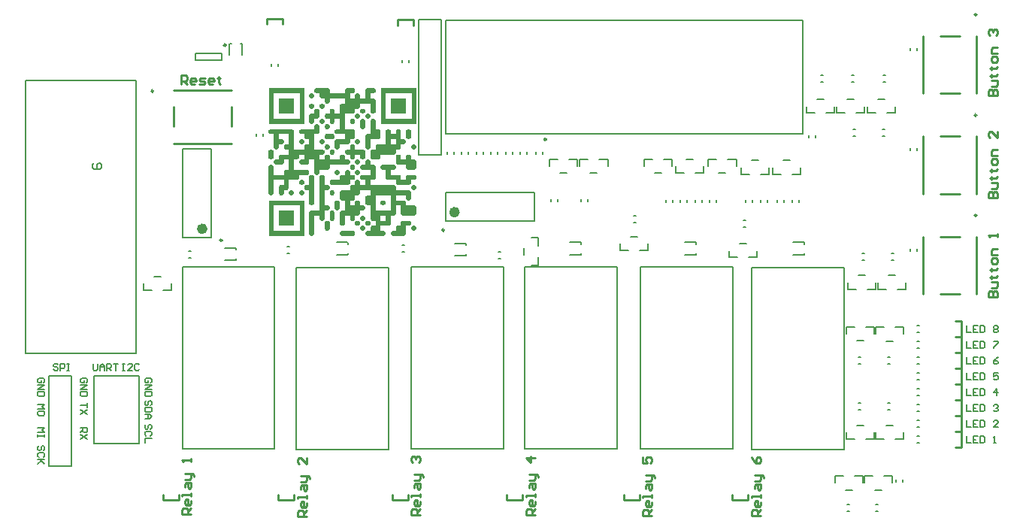
<source format=gbr>
%TF.GenerationSoftware,Altium Limited,Altium NEXUS,2.1.9 (83)*%
G04 Layer_Color=65535*
%FSLAX44Y44*%
%MOMM*%
%TF.FileFunction,Legend,Top*%
%TF.Part,Single*%
G01*
G75*
%TA.AperFunction,NonConductor*%
%ADD62C,0.2500*%
%ADD63C,0.2540*%
%ADD64C,0.6000*%
%ADD65C,0.2400*%
%ADD66C,0.2000*%
%ADD67C,0.1524*%
%ADD68C,0.1270*%
%ADD69C,0.2032*%
G36*
X648030Y742366D02*
X648747D01*
Y741649D01*
X649464D01*
Y740932D01*
Y740215D01*
Y739498D01*
Y738781D01*
X648747D01*
Y738063D01*
X648030D01*
Y737346D01*
X643727D01*
Y736629D01*
Y735912D01*
Y735195D01*
Y734478D01*
Y733760D01*
Y733043D01*
Y732326D01*
Y731609D01*
X648030D01*
Y730892D01*
X648747D01*
Y730175D01*
X649464D01*
Y729457D01*
Y728740D01*
Y728023D01*
Y727306D01*
Y726589D01*
Y725872D01*
Y725155D01*
Y724437D01*
Y723720D01*
Y723003D01*
Y722286D01*
Y721569D01*
Y720852D01*
Y720134D01*
Y719417D01*
Y718700D01*
Y717983D01*
Y717266D01*
Y716549D01*
Y715832D01*
X648747D01*
Y715114D01*
X648030D01*
Y714397D01*
X645161D01*
Y715114D01*
X644444D01*
Y715832D01*
X643727D01*
Y716549D01*
Y717266D01*
Y717983D01*
Y718700D01*
Y719417D01*
Y720134D01*
Y720852D01*
Y721569D01*
Y722286D01*
Y723003D01*
Y723720D01*
Y724437D01*
Y725155D01*
Y725872D01*
X632252D01*
Y725155D01*
Y724437D01*
Y723720D01*
Y723003D01*
Y722286D01*
Y721569D01*
X631535D01*
Y720852D01*
X630818D01*
Y720134D01*
X626515D01*
Y719417D01*
Y718700D01*
Y717983D01*
Y717266D01*
Y716549D01*
Y715832D01*
X625798D01*
Y715114D01*
X625081D01*
Y714397D01*
X615041D01*
Y713680D01*
Y712963D01*
Y712246D01*
Y711529D01*
Y710811D01*
Y710094D01*
Y709377D01*
Y708660D01*
Y707943D01*
Y707226D01*
Y706509D01*
Y705791D01*
Y705074D01*
Y704357D01*
Y703640D01*
Y702923D01*
Y702206D01*
Y701488D01*
Y700771D01*
Y700054D01*
Y699337D01*
Y698620D01*
Y697903D01*
Y697186D01*
X625081D01*
Y696468D01*
X625798D01*
Y695751D01*
X626515D01*
Y695034D01*
Y694317D01*
Y693600D01*
Y692883D01*
Y692166D01*
Y691448D01*
Y690731D01*
Y690014D01*
Y689297D01*
Y688580D01*
Y687862D01*
Y687145D01*
X625798D01*
Y686428D01*
X625081D01*
Y685711D01*
X620778D01*
Y684994D01*
Y684277D01*
Y683560D01*
Y682842D01*
Y682125D01*
Y681408D01*
X620061D01*
Y680691D01*
X619343D01*
Y679974D01*
X609303D01*
Y679257D01*
Y678540D01*
Y677822D01*
Y677105D01*
Y676388D01*
Y675671D01*
X608586D01*
Y674954D01*
X607869D01*
Y674237D01*
X605000D01*
Y674954D01*
X604283D01*
Y675671D01*
X603566D01*
Y676388D01*
Y677105D01*
Y677822D01*
Y678540D01*
Y679257D01*
Y679974D01*
Y680691D01*
Y681408D01*
Y682125D01*
Y682842D01*
Y683560D01*
Y684277D01*
X604283D01*
Y684994D01*
X605000D01*
Y685711D01*
X615041D01*
Y686428D01*
Y687145D01*
Y687862D01*
Y688580D01*
Y689297D01*
Y690014D01*
Y690731D01*
Y691448D01*
X605000D01*
Y692166D01*
X604283D01*
Y692883D01*
X603566D01*
Y693600D01*
Y694317D01*
Y695034D01*
Y695751D01*
X604283D01*
Y696468D01*
X605000D01*
Y697186D01*
X609303D01*
Y697903D01*
Y698620D01*
Y699337D01*
Y700054D01*
Y700771D01*
Y701488D01*
Y702206D01*
Y702923D01*
Y703640D01*
Y704357D01*
Y705074D01*
Y705791D01*
Y706509D01*
Y707226D01*
Y707943D01*
Y708660D01*
X603566D01*
Y707943D01*
Y707226D01*
Y706509D01*
Y705791D01*
Y705074D01*
Y704357D01*
X602849D01*
Y703640D01*
X602132D01*
Y702923D01*
X599263D01*
Y703640D01*
X598546D01*
Y704357D01*
X597829D01*
Y705074D01*
Y705791D01*
Y706509D01*
Y707226D01*
Y707943D01*
Y708660D01*
X593526D01*
Y709377D01*
X592809D01*
Y710094D01*
X592092D01*
Y710811D01*
Y711529D01*
Y712246D01*
Y712963D01*
X592809D01*
Y713680D01*
X593526D01*
Y714397D01*
X597829D01*
Y715114D01*
Y715832D01*
Y716549D01*
Y717266D01*
Y717983D01*
Y718700D01*
X598546D01*
Y719417D01*
X599263D01*
Y720134D01*
X602132D01*
Y719417D01*
X602849D01*
Y718700D01*
X603566D01*
Y717983D01*
Y717266D01*
Y716549D01*
Y715832D01*
Y715114D01*
Y714397D01*
X609303D01*
Y715114D01*
Y715832D01*
Y716549D01*
Y717266D01*
Y717983D01*
Y718700D01*
Y719417D01*
Y720134D01*
Y720852D01*
Y721569D01*
Y722286D01*
Y723003D01*
Y723720D01*
Y724437D01*
X610020D01*
Y725155D01*
X610738D01*
Y725872D01*
X615041D01*
Y726589D01*
Y727306D01*
Y728023D01*
Y728740D01*
Y729457D01*
Y730175D01*
Y730892D01*
Y731609D01*
X597829D01*
Y730892D01*
Y730175D01*
Y729457D01*
Y728740D01*
Y728023D01*
Y727306D01*
X597112D01*
Y726589D01*
X596395D01*
Y725872D01*
X593526D01*
Y726589D01*
X592809D01*
Y727306D01*
X592092D01*
Y728023D01*
Y728740D01*
Y729457D01*
Y730175D01*
Y730892D01*
Y731609D01*
X587789D01*
Y732326D01*
X587071D01*
Y733043D01*
X586354D01*
Y733760D01*
Y734478D01*
Y735195D01*
Y735912D01*
Y736629D01*
Y737346D01*
X582051D01*
Y738063D01*
X581334D01*
Y738781D01*
X580617D01*
Y739498D01*
Y740215D01*
Y740932D01*
Y741649D01*
X581334D01*
Y742366D01*
X582051D01*
Y743083D01*
X596395D01*
Y742366D01*
X597112D01*
Y741649D01*
X597829D01*
Y740932D01*
Y740215D01*
Y739498D01*
Y738781D01*
Y738063D01*
Y737346D01*
X615041D01*
Y738063D01*
Y738781D01*
Y739498D01*
Y740215D01*
Y740932D01*
Y741649D01*
X615758D01*
Y742366D01*
X616475D01*
Y743083D01*
X625081D01*
Y742366D01*
X625798D01*
Y741649D01*
X626515D01*
Y740932D01*
Y740215D01*
Y739498D01*
Y738781D01*
X625798D01*
Y738063D01*
X625081D01*
Y737346D01*
X620778D01*
Y736629D01*
Y735912D01*
Y735195D01*
Y734478D01*
Y733760D01*
Y733043D01*
Y732326D01*
Y731609D01*
X626515D01*
Y732326D01*
Y733043D01*
Y733760D01*
Y734478D01*
Y735195D01*
Y735912D01*
X627232D01*
Y736629D01*
X627949D01*
Y737346D01*
X630818D01*
Y736629D01*
X631535D01*
Y735912D01*
X632252D01*
Y735195D01*
Y734478D01*
Y733760D01*
Y733043D01*
Y732326D01*
Y731609D01*
X637989D01*
Y732326D01*
Y733043D01*
Y733760D01*
Y734478D01*
Y735195D01*
Y735912D01*
Y736629D01*
Y737346D01*
Y738063D01*
Y738781D01*
Y739498D01*
Y740215D01*
Y740932D01*
Y741649D01*
X638707D01*
Y742366D01*
X639424D01*
Y743083D01*
X648030D01*
Y742366D01*
D02*
G37*
G36*
X579183Y736629D02*
X579900D01*
Y735912D01*
X580617D01*
Y735195D01*
Y734478D01*
Y733760D01*
Y733043D01*
X579900D01*
Y732326D01*
X579183D01*
Y731609D01*
X576314D01*
Y732326D01*
X575597D01*
Y733043D01*
X574880D01*
Y733760D01*
Y734478D01*
Y735195D01*
Y735912D01*
X575597D01*
Y736629D01*
X576314D01*
Y737346D01*
X579183D01*
Y736629D01*
D02*
G37*
G36*
X590657Y725155D02*
X591374D01*
Y724437D01*
X592092D01*
Y723720D01*
Y723003D01*
Y722286D01*
Y721569D01*
X591374D01*
Y720852D01*
X590657D01*
Y720134D01*
X587789D01*
Y720852D01*
X587071D01*
Y721569D01*
X586354D01*
Y722286D01*
Y723003D01*
Y723720D01*
Y724437D01*
X587071D01*
Y725155D01*
X587789D01*
Y725872D01*
X590657D01*
Y725155D01*
D02*
G37*
G36*
X579183D02*
X579900D01*
Y724437D01*
X580617D01*
Y723720D01*
Y723003D01*
Y722286D01*
Y721569D01*
X579900D01*
Y720852D01*
X579183D01*
Y720134D01*
X576314D01*
Y720852D01*
X575597D01*
Y721569D01*
X574880D01*
Y722286D01*
Y723003D01*
Y723720D01*
Y724437D01*
X575597D01*
Y725155D01*
X576314D01*
Y725872D01*
X579183D01*
Y725155D01*
D02*
G37*
G36*
X636555Y719417D02*
X637272D01*
Y718700D01*
X637989D01*
Y717983D01*
Y717266D01*
Y716549D01*
Y715832D01*
X637272D01*
Y715114D01*
X636555D01*
Y714397D01*
X633686D01*
Y715114D01*
X632969D01*
Y715832D01*
X632252D01*
Y716549D01*
Y717266D01*
Y717983D01*
Y718700D01*
X632969D01*
Y719417D01*
X633686D01*
Y720134D01*
X636555D01*
Y719417D01*
D02*
G37*
G36*
X642292Y713680D02*
X643009D01*
Y712963D01*
X643727D01*
Y712246D01*
Y711529D01*
Y710811D01*
Y710094D01*
X643009D01*
Y709377D01*
X642292D01*
Y708660D01*
X639424D01*
Y709377D01*
X638707D01*
Y710094D01*
X637989D01*
Y710811D01*
Y711529D01*
Y712246D01*
Y712963D01*
X638707D01*
Y713680D01*
X639424D01*
Y714397D01*
X642292D01*
Y713680D01*
D02*
G37*
G36*
X630818D02*
X631535D01*
Y712963D01*
X632252D01*
Y712246D01*
Y711529D01*
Y710811D01*
Y710094D01*
X631535D01*
Y709377D01*
X630818D01*
Y708660D01*
X627949D01*
Y709377D01*
X627232D01*
Y710094D01*
X626515D01*
Y710811D01*
Y711529D01*
Y712246D01*
Y712963D01*
X627232D01*
Y713680D01*
X627949D01*
Y714397D01*
X630818D01*
Y713680D01*
D02*
G37*
G36*
X695362Y742366D02*
Y741649D01*
Y740932D01*
Y740215D01*
Y739498D01*
Y738781D01*
Y738063D01*
Y737346D01*
Y736629D01*
Y735912D01*
Y735195D01*
Y734478D01*
Y733760D01*
Y733043D01*
Y732326D01*
Y731609D01*
Y730892D01*
Y730175D01*
Y729457D01*
Y728740D01*
Y728023D01*
Y727306D01*
Y726589D01*
Y725872D01*
Y725155D01*
Y724437D01*
Y723720D01*
Y723003D01*
Y722286D01*
Y721569D01*
Y720852D01*
Y720134D01*
Y719417D01*
Y718700D01*
Y717983D01*
Y717266D01*
Y716549D01*
Y715832D01*
Y715114D01*
Y714397D01*
Y713680D01*
Y712963D01*
Y712246D01*
Y711529D01*
Y710811D01*
Y710094D01*
Y709377D01*
Y708660D01*
Y707943D01*
Y707226D01*
Y706509D01*
Y705791D01*
Y705074D01*
Y704357D01*
Y703640D01*
Y702923D01*
X655918D01*
Y703640D01*
Y704357D01*
Y705074D01*
Y705791D01*
Y706509D01*
Y707226D01*
Y707943D01*
Y708660D01*
Y709377D01*
Y710094D01*
Y710811D01*
Y711529D01*
Y712246D01*
Y712963D01*
Y713680D01*
Y714397D01*
Y715114D01*
Y715832D01*
Y716549D01*
Y717266D01*
Y717983D01*
Y718700D01*
Y719417D01*
Y720134D01*
Y720852D01*
Y721569D01*
Y722286D01*
Y723003D01*
Y723720D01*
Y724437D01*
Y725155D01*
Y725872D01*
Y726589D01*
Y727306D01*
Y728023D01*
Y728740D01*
Y729457D01*
Y730175D01*
Y730892D01*
Y731609D01*
Y732326D01*
Y733043D01*
Y733760D01*
Y734478D01*
Y735195D01*
Y735912D01*
Y736629D01*
Y737346D01*
Y738063D01*
Y738781D01*
Y739498D01*
Y740215D01*
Y740932D01*
Y741649D01*
Y742366D01*
Y743083D01*
X695362D01*
Y742366D01*
D02*
G37*
G36*
X625081Y707943D02*
X625798D01*
Y707226D01*
X626515D01*
Y706509D01*
Y705791D01*
Y705074D01*
Y704357D01*
X625798D01*
Y703640D01*
X625081D01*
Y702923D01*
X622212D01*
Y703640D01*
X621495D01*
Y704357D01*
X620778D01*
Y705074D01*
Y705791D01*
Y706509D01*
Y707226D01*
X621495D01*
Y707943D01*
X622212D01*
Y708660D01*
X625081D01*
Y707943D01*
D02*
G37*
G36*
X590657D02*
X591374D01*
Y707226D01*
X592092D01*
Y706509D01*
Y705791D01*
Y705074D01*
Y704357D01*
X591374D01*
Y703640D01*
X590657D01*
Y702923D01*
X587789D01*
Y703640D01*
X587071D01*
Y704357D01*
X586354D01*
Y705074D01*
Y705791D01*
Y706509D01*
Y707226D01*
X587071D01*
Y707943D01*
X587789D01*
Y708660D01*
X590657D01*
Y707943D01*
D02*
G37*
G36*
X584920Y719417D02*
X585637D01*
Y718700D01*
X586354D01*
Y717983D01*
Y717266D01*
Y716549D01*
Y715832D01*
Y715114D01*
Y714397D01*
Y713680D01*
Y712963D01*
Y712246D01*
Y711529D01*
Y710811D01*
Y710094D01*
X585637D01*
Y709377D01*
X584920D01*
Y708660D01*
X580617D01*
Y707943D01*
Y707226D01*
Y706509D01*
Y705791D01*
Y705074D01*
Y704357D01*
X579900D01*
Y703640D01*
X579183D01*
Y702923D01*
X576314D01*
Y703640D01*
X575597D01*
Y704357D01*
X574880D01*
Y705074D01*
Y705791D01*
Y706509D01*
Y707226D01*
Y707943D01*
Y708660D01*
Y709377D01*
Y710094D01*
Y710811D01*
Y711529D01*
Y712246D01*
Y712963D01*
X575597D01*
Y713680D01*
X576314D01*
Y714397D01*
X580617D01*
Y715114D01*
Y715832D01*
Y716549D01*
Y717266D01*
Y717983D01*
Y718700D01*
X581334D01*
Y719417D01*
X582051D01*
Y720134D01*
X584920D01*
Y719417D01*
D02*
G37*
G36*
X569143Y742366D02*
Y741649D01*
Y740932D01*
Y740215D01*
Y739498D01*
Y738781D01*
Y738063D01*
Y737346D01*
Y736629D01*
Y735912D01*
Y735195D01*
Y734478D01*
Y733760D01*
Y733043D01*
Y732326D01*
Y731609D01*
Y730892D01*
Y730175D01*
Y729457D01*
Y728740D01*
Y728023D01*
Y727306D01*
Y726589D01*
Y725872D01*
Y725155D01*
Y724437D01*
Y723720D01*
Y723003D01*
Y722286D01*
Y721569D01*
Y720852D01*
Y720134D01*
Y719417D01*
Y718700D01*
Y717983D01*
Y717266D01*
Y716549D01*
Y715832D01*
Y715114D01*
Y714397D01*
Y713680D01*
Y712963D01*
Y712246D01*
Y711529D01*
Y710811D01*
Y710094D01*
Y709377D01*
Y708660D01*
Y707943D01*
Y707226D01*
Y706509D01*
Y705791D01*
Y705074D01*
Y704357D01*
Y703640D01*
Y702923D01*
X529699D01*
Y703640D01*
Y704357D01*
Y705074D01*
Y705791D01*
Y706509D01*
Y707226D01*
Y707943D01*
Y708660D01*
Y709377D01*
Y710094D01*
Y710811D01*
Y711529D01*
Y712246D01*
Y712963D01*
Y713680D01*
Y714397D01*
Y715114D01*
Y715832D01*
Y716549D01*
Y717266D01*
Y717983D01*
Y718700D01*
Y719417D01*
Y720134D01*
Y720852D01*
Y721569D01*
Y722286D01*
Y723003D01*
Y723720D01*
Y724437D01*
Y725155D01*
Y725872D01*
Y726589D01*
Y727306D01*
Y728023D01*
Y728740D01*
Y729457D01*
Y730175D01*
Y730892D01*
Y731609D01*
Y732326D01*
Y733043D01*
Y733760D01*
Y734478D01*
Y735195D01*
Y735912D01*
Y736629D01*
Y737346D01*
Y738063D01*
Y738781D01*
Y739498D01*
Y740215D01*
Y740932D01*
Y741649D01*
Y742366D01*
Y743083D01*
X569143D01*
Y742366D01*
D02*
G37*
G36*
X636555Y707943D02*
X637272D01*
Y707226D01*
X637989D01*
Y706509D01*
Y705791D01*
Y705074D01*
Y704357D01*
Y703640D01*
Y702923D01*
Y702206D01*
Y701488D01*
Y700771D01*
Y700054D01*
Y699337D01*
Y698620D01*
X637272D01*
Y697903D01*
X636555D01*
Y697186D01*
X633686D01*
Y697903D01*
X632969D01*
Y698620D01*
X632252D01*
Y699337D01*
Y700054D01*
Y700771D01*
Y701488D01*
Y702206D01*
Y702923D01*
Y703640D01*
Y704357D01*
Y705074D01*
Y705791D01*
Y706509D01*
Y707226D01*
X632969D01*
Y707943D01*
X633686D01*
Y708660D01*
X636555D01*
Y707943D01*
D02*
G37*
G36*
X596395Y702206D02*
X597112D01*
Y701488D01*
X597829D01*
Y700771D01*
Y700054D01*
Y699337D01*
Y698620D01*
X597112D01*
Y697903D01*
X596395D01*
Y697186D01*
X593526D01*
Y697903D01*
X592809D01*
Y698620D01*
X592092D01*
Y699337D01*
Y700054D01*
Y700771D01*
Y701488D01*
X592809D01*
Y702206D01*
X593526D01*
Y702923D01*
X596395D01*
Y702206D01*
D02*
G37*
G36*
X676716Y696468D02*
X677433D01*
Y695751D01*
X678150D01*
Y695034D01*
Y694317D01*
Y693600D01*
Y692883D01*
Y692166D01*
Y691448D01*
Y690731D01*
Y690014D01*
Y689297D01*
Y688580D01*
Y687862D01*
Y687145D01*
Y686428D01*
Y685711D01*
X682453D01*
Y684994D01*
X683170D01*
Y684277D01*
X683887D01*
Y683560D01*
Y682842D01*
Y682125D01*
Y681408D01*
X683170D01*
Y680691D01*
X682453D01*
Y679974D01*
X678150D01*
Y679257D01*
Y678540D01*
Y677822D01*
Y677105D01*
Y676388D01*
Y675671D01*
X677433D01*
Y674954D01*
X676716D01*
Y674237D01*
X672413D01*
Y673520D01*
Y672802D01*
Y672085D01*
Y671368D01*
Y670651D01*
Y669934D01*
X671696D01*
Y669217D01*
X670978D01*
Y668499D01*
X655201D01*
Y667782D01*
Y667065D01*
Y666348D01*
Y665631D01*
Y664914D01*
Y664196D01*
X654484D01*
Y663479D01*
X653767D01*
Y662762D01*
X645161D01*
Y663479D01*
X644444D01*
Y664196D01*
X643727D01*
Y664914D01*
Y665631D01*
Y666348D01*
Y667065D01*
Y667782D01*
Y668499D01*
Y669217D01*
Y669934D01*
Y670651D01*
Y671368D01*
Y672085D01*
Y672802D01*
X644444D01*
Y673520D01*
X645161D01*
Y674237D01*
X649464D01*
Y674954D01*
Y675671D01*
Y676388D01*
Y677105D01*
Y677822D01*
Y678540D01*
X650181D01*
Y679257D01*
X650898D01*
Y679974D01*
X660938D01*
Y680691D01*
Y681408D01*
Y682125D01*
Y682842D01*
Y683560D01*
Y684277D01*
Y684994D01*
Y685711D01*
Y686428D01*
Y687145D01*
Y687862D01*
Y688580D01*
Y689297D01*
Y690014D01*
Y690731D01*
Y691448D01*
Y692166D01*
Y692883D01*
Y693600D01*
Y694317D01*
Y695034D01*
Y695751D01*
X661656D01*
Y696468D01*
X662373D01*
Y697186D01*
X665241D01*
Y696468D01*
X665958D01*
Y695751D01*
X666676D01*
Y695034D01*
Y694317D01*
Y693600D01*
Y692883D01*
Y692166D01*
Y691448D01*
X672413D01*
Y692166D01*
Y692883D01*
Y693600D01*
Y694317D01*
Y695034D01*
Y695751D01*
X673130D01*
Y696468D01*
X673847D01*
Y697186D01*
X676716D01*
Y696468D01*
D02*
G37*
G36*
X688190D02*
X688907D01*
Y695751D01*
X689624D01*
Y695034D01*
Y694317D01*
Y693600D01*
Y692883D01*
Y692166D01*
Y691448D01*
Y690731D01*
Y690014D01*
Y689297D01*
Y688580D01*
Y687862D01*
Y687145D01*
X688907D01*
Y686428D01*
X688190D01*
Y685711D01*
X685322D01*
Y686428D01*
X684604D01*
Y687145D01*
X683887D01*
Y687862D01*
Y688580D01*
Y689297D01*
Y690014D01*
Y690731D01*
Y691448D01*
Y692166D01*
Y692883D01*
Y693600D01*
Y694317D01*
Y695034D01*
Y695751D01*
X684604D01*
Y696468D01*
X685322D01*
Y697186D01*
X688190D01*
Y696468D01*
D02*
G37*
G36*
X602132Y690731D02*
X602849D01*
Y690014D01*
X603566D01*
Y689297D01*
Y688580D01*
Y687862D01*
Y687145D01*
X602849D01*
Y686428D01*
X602132D01*
Y685711D01*
X593526D01*
Y686428D01*
X592809D01*
Y687145D01*
X592092D01*
Y687862D01*
Y688580D01*
Y689297D01*
Y690014D01*
X592809D01*
Y690731D01*
X593526D01*
Y691448D01*
X602132D01*
Y690731D01*
D02*
G37*
G36*
X630818Y684994D02*
X631535D01*
Y684277D01*
X632252D01*
Y683560D01*
Y682842D01*
Y682125D01*
Y681408D01*
X631535D01*
Y680691D01*
X630818D01*
Y679974D01*
X627949D01*
Y680691D01*
X627232D01*
Y681408D01*
X626515D01*
Y682125D01*
Y682842D01*
Y683560D01*
Y684277D01*
X627232D01*
Y684994D01*
X627949D01*
Y685711D01*
X630818D01*
Y684994D01*
D02*
G37*
G36*
X590657D02*
X591374D01*
Y684277D01*
X592092D01*
Y683560D01*
Y682842D01*
Y682125D01*
Y681408D01*
X591374D01*
Y680691D01*
X590657D01*
Y679974D01*
X587789D01*
Y680691D01*
X587071D01*
Y681408D01*
X586354D01*
Y682125D01*
Y682842D01*
Y683560D01*
Y684277D01*
X587071D01*
Y684994D01*
X587789D01*
Y685711D01*
X590657D01*
Y684994D01*
D02*
G37*
G36*
X567708D02*
X568425D01*
Y684277D01*
X569143D01*
Y683560D01*
Y682842D01*
Y682125D01*
Y681408D01*
X568425D01*
Y680691D01*
X567708D01*
Y679974D01*
X564840D01*
Y680691D01*
X564123D01*
Y681408D01*
X563405D01*
Y682125D01*
Y682842D01*
Y683560D01*
Y684277D01*
X564123D01*
Y684994D01*
X564840D01*
Y685711D01*
X567708D01*
Y684994D01*
D02*
G37*
G36*
X693928Y679257D02*
X694645D01*
Y678540D01*
X695362D01*
Y677822D01*
Y677105D01*
Y676388D01*
Y675671D01*
X694645D01*
Y674954D01*
X693928D01*
Y674237D01*
X691059D01*
Y674954D01*
X690342D01*
Y675671D01*
X689624D01*
Y676388D01*
Y677105D01*
Y677822D01*
Y678540D01*
X690342D01*
Y679257D01*
X691059D01*
Y679974D01*
X693928D01*
Y679257D01*
D02*
G37*
G36*
X648030Y707943D02*
X648747D01*
Y707226D01*
X649464D01*
Y706509D01*
Y705791D01*
Y705074D01*
Y704357D01*
Y703640D01*
Y702923D01*
Y702206D01*
Y701488D01*
Y700771D01*
Y700054D01*
Y699337D01*
Y698620D01*
Y697903D01*
Y697186D01*
X653767D01*
Y696468D01*
X654484D01*
Y695751D01*
X655201D01*
Y695034D01*
Y694317D01*
Y693600D01*
Y692883D01*
Y692166D01*
Y691448D01*
Y690731D01*
Y690014D01*
Y689297D01*
Y688580D01*
Y687862D01*
Y687145D01*
X654484D01*
Y686428D01*
X653767D01*
Y685711D01*
X643727D01*
Y684994D01*
Y684277D01*
Y683560D01*
Y682842D01*
Y682125D01*
Y681408D01*
Y680691D01*
Y679974D01*
Y679257D01*
Y678540D01*
Y677822D01*
Y677105D01*
Y676388D01*
Y675671D01*
X643009D01*
Y674954D01*
X642292D01*
Y674237D01*
X639424D01*
Y674954D01*
X638707D01*
Y675671D01*
X637989D01*
Y676388D01*
Y677105D01*
Y677822D01*
Y678540D01*
Y679257D01*
Y679974D01*
Y680691D01*
Y681408D01*
Y682125D01*
Y682842D01*
Y683560D01*
Y684277D01*
Y684994D01*
Y685711D01*
Y686428D01*
Y687145D01*
Y687862D01*
Y688580D01*
Y689297D01*
Y690014D01*
X638707D01*
Y690731D01*
X639424D01*
Y691448D01*
X643727D01*
Y692166D01*
Y692883D01*
Y693600D01*
Y694317D01*
Y695034D01*
Y695751D01*
Y696468D01*
Y697186D01*
Y697903D01*
Y698620D01*
Y699337D01*
Y700054D01*
Y700771D01*
Y701488D01*
Y702206D01*
Y702923D01*
Y703640D01*
Y704357D01*
Y705074D01*
Y705791D01*
Y706509D01*
Y707226D01*
X644444D01*
Y707943D01*
X645161D01*
Y708660D01*
X648030D01*
Y707943D01*
D02*
G37*
G36*
X596395Y679257D02*
X597112D01*
Y678540D01*
X597829D01*
Y677822D01*
Y677105D01*
Y676388D01*
Y675671D01*
X597112D01*
Y674954D01*
X596395D01*
Y674237D01*
X593526D01*
Y674954D01*
X592809D01*
Y675671D01*
X592092D01*
Y676388D01*
Y677105D01*
Y677822D01*
Y678540D01*
X592809D01*
Y679257D01*
X593526D01*
Y679974D01*
X596395D01*
Y679257D01*
D02*
G37*
G36*
X584920Y702206D02*
X585637D01*
Y701488D01*
X586354D01*
Y700771D01*
Y700054D01*
Y699337D01*
Y698620D01*
Y697903D01*
Y697186D01*
Y696468D01*
Y695751D01*
Y695034D01*
Y694317D01*
Y693600D01*
Y692883D01*
X585637D01*
Y692166D01*
X584920D01*
Y691448D01*
X580617D01*
Y690731D01*
Y690014D01*
Y689297D01*
Y688580D01*
Y687862D01*
Y687145D01*
Y686428D01*
Y685711D01*
Y684994D01*
Y684277D01*
Y683560D01*
Y682842D01*
Y682125D01*
Y681408D01*
Y680691D01*
Y679974D01*
Y679257D01*
Y678540D01*
Y677822D01*
Y677105D01*
Y676388D01*
Y675671D01*
Y674954D01*
Y674237D01*
X590657D01*
Y673520D01*
X591374D01*
Y672802D01*
X592092D01*
Y672085D01*
Y671368D01*
Y670651D01*
Y669934D01*
X591374D01*
Y669217D01*
X590657D01*
Y668499D01*
X586354D01*
Y667782D01*
Y667065D01*
Y666348D01*
Y665631D01*
Y664914D01*
Y664196D01*
Y663479D01*
Y662762D01*
X592092D01*
Y663479D01*
Y664196D01*
Y664914D01*
Y665631D01*
Y666348D01*
Y667065D01*
X592809D01*
Y667782D01*
X593526D01*
Y668499D01*
X596395D01*
Y667782D01*
X597112D01*
Y667065D01*
X597829D01*
Y666348D01*
Y665631D01*
Y664914D01*
Y664196D01*
Y663479D01*
Y662762D01*
X609303D01*
Y663479D01*
Y664196D01*
Y664914D01*
Y665631D01*
Y666348D01*
Y667065D01*
X610020D01*
Y667782D01*
X610738D01*
Y668499D01*
X613606D01*
Y667782D01*
X614323D01*
Y667065D01*
X615041D01*
Y666348D01*
Y665631D01*
Y664914D01*
Y664196D01*
Y663479D01*
Y662762D01*
X619343D01*
Y662045D01*
X620061D01*
Y661328D01*
X620778D01*
Y660611D01*
Y659893D01*
Y659176D01*
Y658459D01*
X620061D01*
Y657742D01*
X619343D01*
Y657025D01*
X597829D01*
Y656308D01*
Y655591D01*
Y654873D01*
Y654156D01*
Y653439D01*
Y652722D01*
X597112D01*
Y652005D01*
X596395D01*
Y651288D01*
X586354D01*
Y650571D01*
Y649853D01*
Y649136D01*
Y648419D01*
Y647702D01*
Y646985D01*
X585637D01*
Y646268D01*
X584920D01*
Y645550D01*
X582051D01*
Y646268D01*
X581334D01*
Y646985D01*
X580617D01*
Y647702D01*
Y648419D01*
Y649136D01*
Y649853D01*
Y650571D01*
Y651288D01*
Y652005D01*
Y652722D01*
Y653439D01*
Y654156D01*
Y654873D01*
Y655591D01*
Y656308D01*
Y657025D01*
Y657742D01*
Y658459D01*
Y659176D01*
Y659893D01*
Y660611D01*
Y661328D01*
Y662045D01*
Y662762D01*
X574880D01*
Y662045D01*
Y661328D01*
Y660611D01*
Y659893D01*
Y659176D01*
Y658459D01*
X574163D01*
Y657742D01*
X573446D01*
Y657025D01*
X564840D01*
Y657742D01*
X564123D01*
Y658459D01*
X563405D01*
Y659176D01*
Y659893D01*
Y660611D01*
Y661328D01*
X564123D01*
Y662045D01*
X564840D01*
Y662762D01*
X569143D01*
Y663479D01*
Y664196D01*
Y664914D01*
Y665631D01*
Y666348D01*
Y667065D01*
Y667782D01*
Y668499D01*
X563405D01*
Y667782D01*
Y667065D01*
Y666348D01*
Y665631D01*
Y664914D01*
Y664196D01*
X562688D01*
Y663479D01*
X561971D01*
Y662762D01*
X557668D01*
Y662045D01*
Y661328D01*
Y660611D01*
Y659893D01*
Y659176D01*
Y658459D01*
Y657742D01*
Y657025D01*
Y656308D01*
Y655591D01*
Y654873D01*
Y654156D01*
Y653439D01*
Y652722D01*
Y652005D01*
Y651288D01*
X573446D01*
Y650571D01*
X574163D01*
Y649853D01*
X574880D01*
Y649136D01*
Y648419D01*
Y647702D01*
Y646985D01*
X574163D01*
Y646268D01*
X573446D01*
Y645550D01*
X563405D01*
Y644833D01*
Y644116D01*
Y643399D01*
Y642682D01*
Y641965D01*
Y641247D01*
X562688D01*
Y640530D01*
X561971D01*
Y639813D01*
X551931D01*
Y639096D01*
Y638379D01*
Y637662D01*
Y636945D01*
Y636227D01*
Y635510D01*
Y634793D01*
Y634076D01*
Y633359D01*
Y632642D01*
Y631925D01*
Y631207D01*
Y630490D01*
Y629773D01*
X551214D01*
Y629056D01*
X550497D01*
Y628339D01*
X546194D01*
Y627622D01*
Y626904D01*
Y626187D01*
Y625470D01*
Y624753D01*
Y624036D01*
X545477D01*
Y623319D01*
X544759D01*
Y622602D01*
X541891D01*
Y623319D01*
X541174D01*
Y624036D01*
X540456D01*
Y624753D01*
Y625470D01*
Y626187D01*
Y626904D01*
Y627622D01*
Y628339D01*
Y629056D01*
Y629773D01*
Y630490D01*
Y631207D01*
Y631925D01*
Y632642D01*
X541174D01*
Y633359D01*
X541891D01*
Y634076D01*
X546194D01*
Y634793D01*
Y635510D01*
Y636227D01*
Y636945D01*
Y637662D01*
Y638379D01*
Y639096D01*
Y639813D01*
X534719D01*
Y639096D01*
Y638379D01*
Y637662D01*
Y636945D01*
Y636227D01*
Y635510D01*
Y634793D01*
Y634076D01*
Y633359D01*
Y632642D01*
Y631925D01*
Y631207D01*
Y630490D01*
Y629773D01*
Y629056D01*
Y628339D01*
Y627622D01*
Y626904D01*
Y626187D01*
Y625470D01*
Y624753D01*
Y624036D01*
X534002D01*
Y623319D01*
X533285D01*
Y622602D01*
X530416D01*
Y623319D01*
X529699D01*
Y624036D01*
X528982D01*
Y624753D01*
Y625470D01*
Y626187D01*
Y626904D01*
Y627622D01*
Y628339D01*
Y629056D01*
Y629773D01*
Y630490D01*
Y631207D01*
Y631925D01*
Y632642D01*
Y633359D01*
Y634076D01*
Y634793D01*
Y635510D01*
Y636227D01*
Y636945D01*
Y637662D01*
Y638379D01*
Y639096D01*
Y639813D01*
Y640530D01*
Y641247D01*
Y641965D01*
Y642682D01*
Y643399D01*
Y644116D01*
Y644833D01*
Y645550D01*
Y646268D01*
Y646985D01*
Y647702D01*
Y648419D01*
Y649136D01*
Y649853D01*
Y650571D01*
Y651288D01*
Y652005D01*
Y652722D01*
Y653439D01*
Y654156D01*
Y654873D01*
Y655591D01*
X529699D01*
Y656308D01*
X530416D01*
Y657025D01*
X533285D01*
Y656308D01*
X534002D01*
Y655591D01*
X534719D01*
Y654873D01*
Y654156D01*
Y653439D01*
Y652722D01*
Y652005D01*
Y651288D01*
Y650571D01*
Y649853D01*
Y649136D01*
Y648419D01*
Y647702D01*
Y646985D01*
Y646268D01*
Y645550D01*
X546194D01*
Y646268D01*
Y646985D01*
Y647702D01*
Y648419D01*
Y649136D01*
Y649853D01*
X546911D01*
Y650571D01*
X547628D01*
Y651288D01*
X551931D01*
Y652005D01*
Y652722D01*
Y653439D01*
Y654156D01*
Y654873D01*
Y655591D01*
Y656308D01*
Y657025D01*
Y657742D01*
Y658459D01*
Y659176D01*
Y659893D01*
Y660611D01*
Y661328D01*
Y662045D01*
Y662762D01*
X546194D01*
Y662045D01*
Y661328D01*
Y660611D01*
Y659893D01*
Y659176D01*
Y658459D01*
X545477D01*
Y657742D01*
X544759D01*
Y657025D01*
X536153D01*
Y657742D01*
X535436D01*
Y658459D01*
X534719D01*
Y659176D01*
Y659893D01*
Y660611D01*
Y661328D01*
X535436D01*
Y662045D01*
X536153D01*
Y662762D01*
X540456D01*
Y663479D01*
Y664196D01*
Y664914D01*
Y665631D01*
Y666348D01*
Y667065D01*
X541174D01*
Y667782D01*
X541891D01*
Y668499D01*
X551931D01*
Y669217D01*
Y669934D01*
Y670651D01*
Y671368D01*
Y672085D01*
Y672802D01*
Y673520D01*
Y674237D01*
X547628D01*
Y674954D01*
X546911D01*
Y675671D01*
X546194D01*
Y676388D01*
Y677105D01*
Y677822D01*
Y678540D01*
X546911D01*
Y679257D01*
X547628D01*
Y679974D01*
X551931D01*
Y680691D01*
Y681408D01*
Y682125D01*
Y682842D01*
Y683560D01*
Y684277D01*
Y684994D01*
Y685711D01*
Y686428D01*
Y687145D01*
Y687862D01*
Y688580D01*
Y689297D01*
Y690014D01*
Y690731D01*
Y691448D01*
X540456D01*
Y690731D01*
Y690014D01*
Y689297D01*
Y688580D01*
Y687862D01*
Y687145D01*
Y686428D01*
Y685711D01*
X544759D01*
Y684994D01*
X545477D01*
Y684277D01*
X546194D01*
Y683560D01*
Y682842D01*
Y682125D01*
Y681408D01*
X545477D01*
Y680691D01*
X544759D01*
Y679974D01*
X540456D01*
Y679257D01*
Y678540D01*
Y677822D01*
Y677105D01*
Y676388D01*
Y675671D01*
X539739D01*
Y674954D01*
X539022D01*
Y674237D01*
X536153D01*
Y674954D01*
X535436D01*
Y675671D01*
X534719D01*
Y676388D01*
Y677105D01*
Y677822D01*
Y678540D01*
Y679257D01*
Y679974D01*
Y680691D01*
Y681408D01*
Y682125D01*
Y682842D01*
Y683560D01*
Y684277D01*
Y684994D01*
Y685711D01*
Y686428D01*
Y687145D01*
Y687862D01*
Y688580D01*
Y689297D01*
Y690014D01*
Y690731D01*
Y691448D01*
X530416D01*
Y692166D01*
X529699D01*
Y692883D01*
X528982D01*
Y693600D01*
Y694317D01*
Y695034D01*
Y695751D01*
X529699D01*
Y696468D01*
X530416D01*
Y697186D01*
X556234D01*
Y696468D01*
X556951D01*
Y695751D01*
X557668D01*
Y695034D01*
Y694317D01*
Y693600D01*
Y692883D01*
Y692166D01*
Y691448D01*
Y690731D01*
Y690014D01*
Y689297D01*
Y688580D01*
Y687862D01*
Y687145D01*
Y686428D01*
Y685711D01*
Y684994D01*
Y684277D01*
Y683560D01*
Y682842D01*
Y682125D01*
Y681408D01*
Y680691D01*
Y679974D01*
Y679257D01*
Y678540D01*
Y677822D01*
Y677105D01*
Y676388D01*
Y675671D01*
Y674954D01*
Y674237D01*
X569143D01*
Y674954D01*
Y675671D01*
Y676388D01*
Y677105D01*
Y677822D01*
Y678540D01*
X569860D01*
Y679257D01*
X570577D01*
Y679974D01*
X574880D01*
Y680691D01*
Y681408D01*
Y682125D01*
Y682842D01*
Y683560D01*
Y684277D01*
Y684994D01*
Y685711D01*
X570577D01*
Y686428D01*
X569860D01*
Y687145D01*
X569143D01*
Y687862D01*
Y688580D01*
Y689297D01*
Y690014D01*
Y690731D01*
Y691448D01*
X564840D01*
Y692166D01*
X564123D01*
Y692883D01*
X563405D01*
Y693600D01*
Y694317D01*
Y695034D01*
Y695751D01*
X564123D01*
Y696468D01*
X564840D01*
Y697186D01*
X580617D01*
Y697903D01*
Y698620D01*
Y699337D01*
Y700054D01*
Y700771D01*
Y701488D01*
X581334D01*
Y702206D01*
X582051D01*
Y702923D01*
X584920D01*
Y702206D01*
D02*
G37*
G36*
X602132Y673520D02*
X602849D01*
Y672802D01*
X603566D01*
Y672085D01*
Y671368D01*
Y670651D01*
Y669934D01*
X602849D01*
Y669217D01*
X602132D01*
Y668499D01*
X599263D01*
Y669217D01*
X598546D01*
Y669934D01*
X597829D01*
Y670651D01*
Y671368D01*
Y672085D01*
Y672802D01*
X598546D01*
Y673520D01*
X599263D01*
Y674237D01*
X602132D01*
Y673520D01*
D02*
G37*
G36*
X688190Y667782D02*
X688907D01*
Y667065D01*
X689624D01*
Y666348D01*
Y665631D01*
Y664914D01*
Y664196D01*
Y663479D01*
Y662762D01*
X693928D01*
Y662045D01*
X694645D01*
Y661328D01*
X695362D01*
Y660611D01*
Y659893D01*
Y659176D01*
Y658459D01*
Y657742D01*
Y657025D01*
Y656308D01*
Y655591D01*
Y654873D01*
Y654156D01*
Y653439D01*
Y652722D01*
X694645D01*
Y652005D01*
X693928D01*
Y651288D01*
X685322D01*
Y652005D01*
X684604D01*
Y652722D01*
X683887D01*
Y653439D01*
Y654156D01*
Y654873D01*
Y655591D01*
Y656308D01*
Y657025D01*
X673847D01*
Y657742D01*
X673130D01*
Y658459D01*
X672413D01*
Y659176D01*
Y659893D01*
Y660611D01*
Y661328D01*
Y662045D01*
Y662762D01*
Y663479D01*
Y664196D01*
Y664914D01*
Y665631D01*
Y666348D01*
Y667065D01*
X673130D01*
Y667782D01*
X673847D01*
Y668499D01*
X676716D01*
Y667782D01*
X677433D01*
Y667065D01*
X678150D01*
Y666348D01*
Y665631D01*
Y664914D01*
Y664196D01*
Y663479D01*
Y662762D01*
X683887D01*
Y663479D01*
Y664196D01*
Y664914D01*
Y665631D01*
Y666348D01*
Y667065D01*
X684604D01*
Y667782D01*
X685322D01*
Y668499D01*
X688190D01*
Y667782D01*
D02*
G37*
G36*
X625081Y679257D02*
X625798D01*
Y678540D01*
X626515D01*
Y677822D01*
Y677105D01*
Y676388D01*
Y675671D01*
Y674954D01*
Y674237D01*
X636555D01*
Y673520D01*
X637272D01*
Y672802D01*
X637989D01*
Y672085D01*
Y671368D01*
Y670651D01*
Y669934D01*
Y669217D01*
Y668499D01*
Y667782D01*
Y667065D01*
Y666348D01*
Y665631D01*
Y664914D01*
Y664196D01*
X637272D01*
Y663479D01*
X636555D01*
Y662762D01*
X633686D01*
Y663479D01*
X632969D01*
Y664196D01*
X632252D01*
Y664914D01*
Y665631D01*
Y666348D01*
Y667065D01*
Y667782D01*
Y668499D01*
X626515D01*
Y667782D01*
Y667065D01*
Y666348D01*
Y665631D01*
Y664914D01*
Y664196D01*
X625798D01*
Y663479D01*
X625081D01*
Y662762D01*
X622212D01*
Y663479D01*
X621495D01*
Y664196D01*
X620778D01*
Y664914D01*
Y665631D01*
Y666348D01*
Y667065D01*
Y667782D01*
Y668499D01*
X616475D01*
Y669217D01*
X615758D01*
Y669934D01*
X615041D01*
Y670651D01*
Y671368D01*
Y672085D01*
Y672802D01*
X615758D01*
Y673520D01*
X616475D01*
Y674237D01*
X620778D01*
Y674954D01*
Y675671D01*
Y676388D01*
Y677105D01*
Y677822D01*
Y678540D01*
X621495D01*
Y679257D01*
X622212D01*
Y679974D01*
X625081D01*
Y679257D01*
D02*
G37*
G36*
X533285Y673520D02*
X534002D01*
Y672802D01*
X534719D01*
Y672085D01*
Y671368D01*
Y670651D01*
Y669934D01*
Y669217D01*
Y668499D01*
Y667782D01*
Y667065D01*
Y666348D01*
Y665631D01*
Y664914D01*
Y664196D01*
X534002D01*
Y663479D01*
X533285D01*
Y662762D01*
X530416D01*
Y663479D01*
X529699D01*
Y664196D01*
X528982D01*
Y664914D01*
Y665631D01*
Y666348D01*
Y667065D01*
Y667782D01*
Y668499D01*
Y669217D01*
Y669934D01*
Y670651D01*
Y671368D01*
Y672085D01*
Y672802D01*
X529699D01*
Y673520D01*
X530416D01*
Y674237D01*
X533285D01*
Y673520D01*
D02*
G37*
G36*
X630818Y662045D02*
X631535D01*
Y661328D01*
X632252D01*
Y660611D01*
Y659893D01*
Y659176D01*
Y658459D01*
X631535D01*
Y657742D01*
X630818D01*
Y657025D01*
X627949D01*
Y657742D01*
X627232D01*
Y658459D01*
X626515D01*
Y659176D01*
Y659893D01*
Y660611D01*
Y661328D01*
X627232D01*
Y662045D01*
X627949D01*
Y662762D01*
X630818D01*
Y662045D01*
D02*
G37*
G36*
X625081Y656308D02*
X625798D01*
Y655591D01*
X626515D01*
Y654873D01*
Y654156D01*
Y653439D01*
Y652722D01*
X625798D01*
Y652005D01*
X625081D01*
Y651288D01*
X622212D01*
Y652005D01*
X621495D01*
Y652722D01*
X620778D01*
Y653439D01*
Y654156D01*
Y654873D01*
Y655591D01*
X621495D01*
Y656308D01*
X622212D01*
Y657025D01*
X625081D01*
Y656308D01*
D02*
G37*
G36*
X630818Y650571D02*
X631535D01*
Y649853D01*
X632252D01*
Y649136D01*
Y648419D01*
Y647702D01*
Y646985D01*
X631535D01*
Y646268D01*
X630818D01*
Y645550D01*
X627949D01*
Y646268D01*
X627232D01*
Y646985D01*
X626515D01*
Y647702D01*
Y648419D01*
Y649136D01*
Y649853D01*
X627232D01*
Y650571D01*
X627949D01*
Y651288D01*
X630818D01*
Y650571D01*
D02*
G37*
G36*
X607869D02*
X608586D01*
Y649853D01*
X609303D01*
Y649136D01*
Y648419D01*
Y647702D01*
Y646985D01*
X608586D01*
Y646268D01*
X607869D01*
Y645550D01*
X605000D01*
Y646268D01*
X604283D01*
Y646985D01*
X603566D01*
Y647702D01*
Y648419D01*
Y649136D01*
Y649853D01*
X604283D01*
Y650571D01*
X605000D01*
Y651288D01*
X607869D01*
Y650571D01*
D02*
G37*
G36*
X670978Y656308D02*
X671696D01*
Y655591D01*
X672413D01*
Y654873D01*
Y654156D01*
Y653439D01*
Y652722D01*
X671696D01*
Y652005D01*
X670978D01*
Y651288D01*
X666676D01*
Y650571D01*
Y649853D01*
Y649136D01*
Y648419D01*
Y647702D01*
Y646985D01*
Y646268D01*
Y645550D01*
X676716D01*
Y644833D01*
X677433D01*
Y644116D01*
X678150D01*
Y643399D01*
Y642682D01*
Y641965D01*
Y641247D01*
Y640530D01*
Y639813D01*
X683887D01*
Y640530D01*
Y641247D01*
Y641965D01*
Y642682D01*
Y643399D01*
Y644116D01*
X684604D01*
Y644833D01*
X685322D01*
Y645550D01*
X693928D01*
Y644833D01*
X694645D01*
Y644116D01*
X695362D01*
Y643399D01*
Y642682D01*
Y641965D01*
Y641247D01*
X694645D01*
Y640530D01*
X693928D01*
Y639813D01*
X689624D01*
Y639096D01*
Y638379D01*
Y637662D01*
Y636945D01*
Y636227D01*
Y635510D01*
X688907D01*
Y634793D01*
X688190D01*
Y634076D01*
X673847D01*
Y634793D01*
X673130D01*
Y635510D01*
X672413D01*
Y636227D01*
Y636945D01*
Y637662D01*
Y638379D01*
Y639096D01*
Y639813D01*
X662373D01*
Y640530D01*
X661656D01*
Y641247D01*
X660938D01*
Y641965D01*
Y642682D01*
Y643399D01*
Y644116D01*
Y644833D01*
Y645550D01*
Y646268D01*
Y646985D01*
Y647702D01*
Y648419D01*
Y649136D01*
Y649853D01*
Y650571D01*
Y651288D01*
X656635D01*
Y652005D01*
X655918D01*
Y652722D01*
X655201D01*
Y653439D01*
Y654156D01*
Y654873D01*
Y655591D01*
X655918D01*
Y656308D01*
X656635D01*
Y657025D01*
X670978D01*
Y656308D01*
D02*
G37*
G36*
X642292Y662045D02*
X643009D01*
Y661328D01*
X643727D01*
Y660611D01*
Y659893D01*
Y659176D01*
Y658459D01*
Y657742D01*
Y657025D01*
X648030D01*
Y656308D01*
X648747D01*
Y655591D01*
X649464D01*
Y654873D01*
Y654156D01*
Y653439D01*
Y652722D01*
Y652005D01*
Y651288D01*
Y650571D01*
Y649853D01*
Y649136D01*
Y648419D01*
Y647702D01*
Y646985D01*
Y646268D01*
Y645550D01*
Y644833D01*
Y644116D01*
Y643399D01*
Y642682D01*
Y641965D01*
Y641247D01*
X648747D01*
Y640530D01*
X648030D01*
Y639813D01*
X643727D01*
Y639096D01*
Y638379D01*
Y637662D01*
Y636945D01*
Y636227D01*
Y635510D01*
Y634793D01*
Y634076D01*
X670978D01*
Y633359D01*
X671696D01*
Y632642D01*
X672413D01*
Y631925D01*
Y631207D01*
Y630490D01*
Y629773D01*
Y629056D01*
Y628339D01*
X688190D01*
Y627622D01*
X688907D01*
Y626904D01*
X689624D01*
Y626187D01*
Y625470D01*
Y624753D01*
Y624036D01*
Y623319D01*
Y622602D01*
Y621884D01*
Y621167D01*
Y620450D01*
Y619733D01*
Y619016D01*
Y618299D01*
X688907D01*
Y617581D01*
X688190D01*
Y616864D01*
X685322D01*
Y617581D01*
X684604D01*
Y618299D01*
X683887D01*
Y619016D01*
Y619733D01*
Y620450D01*
Y621167D01*
Y621884D01*
Y622602D01*
X672413D01*
Y621884D01*
Y621167D01*
Y620450D01*
Y619733D01*
Y619016D01*
Y618299D01*
Y617581D01*
Y616864D01*
X682453D01*
Y616147D01*
X683170D01*
Y615430D01*
X683887D01*
Y614713D01*
Y613996D01*
Y613279D01*
Y612561D01*
Y611844D01*
Y611127D01*
X693928D01*
Y610410D01*
X694645D01*
Y609693D01*
X695362D01*
Y608976D01*
Y608258D01*
Y607541D01*
Y606824D01*
Y606107D01*
Y605390D01*
Y604673D01*
Y603955D01*
Y603238D01*
Y602521D01*
Y601804D01*
Y601087D01*
X694645D01*
Y600370D01*
X693928D01*
Y599653D01*
X679584D01*
Y600370D01*
X678867D01*
Y601087D01*
X678150D01*
Y601804D01*
Y602521D01*
Y603238D01*
Y603955D01*
Y604673D01*
Y605390D01*
Y606107D01*
Y606824D01*
Y607541D01*
Y608258D01*
Y608976D01*
Y609693D01*
Y610410D01*
Y611127D01*
X672413D01*
Y610410D01*
Y609693D01*
Y608976D01*
Y608258D01*
Y607541D01*
Y606824D01*
Y606107D01*
Y605390D01*
Y604673D01*
Y603955D01*
Y603238D01*
Y602521D01*
Y601804D01*
Y601087D01*
X671696D01*
Y600370D01*
X670978D01*
Y599653D01*
X666676D01*
Y598935D01*
Y598218D01*
Y597501D01*
Y596784D01*
Y596067D01*
Y595350D01*
Y594632D01*
Y593915D01*
Y593198D01*
Y592481D01*
Y591764D01*
Y591047D01*
Y590330D01*
Y589612D01*
X665958D01*
Y588895D01*
X665241D01*
Y588178D01*
X655201D01*
Y587461D01*
Y586744D01*
Y586027D01*
Y585309D01*
Y584592D01*
Y583875D01*
Y583158D01*
Y582441D01*
X659504D01*
Y581724D01*
X660221D01*
Y581007D01*
X660938D01*
Y580289D01*
Y579572D01*
Y578855D01*
Y578138D01*
X660221D01*
Y577421D01*
X659504D01*
Y576704D01*
X639424D01*
Y577421D01*
X638707D01*
Y578138D01*
X637989D01*
Y578855D01*
Y579572D01*
Y580289D01*
Y581007D01*
X638707D01*
Y581724D01*
X639424D01*
Y582441D01*
X643727D01*
Y583158D01*
Y583875D01*
Y584592D01*
Y585309D01*
Y586027D01*
Y586744D01*
X644444D01*
Y587461D01*
X645161D01*
Y588178D01*
X649464D01*
Y588895D01*
Y589612D01*
Y590330D01*
Y591047D01*
Y591764D01*
Y592481D01*
Y593198D01*
Y593915D01*
X645161D01*
Y594632D01*
X644444D01*
Y595350D01*
X643727D01*
Y596067D01*
Y596784D01*
Y597501D01*
Y598218D01*
Y598935D01*
Y599653D01*
Y600370D01*
Y601087D01*
Y601804D01*
Y602521D01*
Y603238D01*
Y603955D01*
Y604673D01*
Y605390D01*
Y606107D01*
Y606824D01*
Y607541D01*
Y608258D01*
Y608976D01*
Y609693D01*
Y610410D01*
Y611127D01*
X639424D01*
Y611844D01*
X638707D01*
Y612561D01*
X637989D01*
Y613279D01*
Y613996D01*
Y614713D01*
Y615430D01*
Y616147D01*
Y616864D01*
Y617581D01*
Y618299D01*
Y619016D01*
Y619733D01*
Y620450D01*
Y621167D01*
X638707D01*
Y621884D01*
X639424D01*
Y622602D01*
X643727D01*
Y623319D01*
Y624036D01*
Y624753D01*
Y625470D01*
Y626187D01*
Y626904D01*
Y627622D01*
Y628339D01*
X632252D01*
Y627622D01*
Y626904D01*
Y626187D01*
Y625470D01*
Y624753D01*
Y624036D01*
X631535D01*
Y623319D01*
X630818D01*
Y622602D01*
X626515D01*
Y621884D01*
Y621167D01*
Y620450D01*
Y619733D01*
Y619016D01*
Y618299D01*
X625798D01*
Y617581D01*
X625081D01*
Y616864D01*
X620778D01*
Y616147D01*
Y615430D01*
Y614713D01*
Y613996D01*
Y613279D01*
Y612561D01*
Y611844D01*
Y611127D01*
X626515D01*
Y611844D01*
Y612561D01*
Y613279D01*
Y613996D01*
Y614713D01*
Y615430D01*
X627232D01*
Y616147D01*
X627949D01*
Y616864D01*
X630818D01*
Y616147D01*
X631535D01*
Y615430D01*
X632252D01*
Y614713D01*
Y613996D01*
Y613279D01*
Y612561D01*
Y611844D01*
Y611127D01*
X636555D01*
Y610410D01*
X637272D01*
Y609693D01*
X637989D01*
Y608976D01*
Y608258D01*
Y607541D01*
Y606824D01*
X637272D01*
Y606107D01*
X636555D01*
Y605390D01*
X632252D01*
Y604673D01*
Y603955D01*
Y603238D01*
Y602521D01*
Y601804D01*
Y601087D01*
X631535D01*
Y600370D01*
X630818D01*
Y599653D01*
X626515D01*
Y598935D01*
Y598218D01*
Y597501D01*
Y596784D01*
Y596067D01*
Y595350D01*
X625798D01*
Y594632D01*
X625081D01*
Y593915D01*
X622212D01*
Y594632D01*
X621495D01*
Y595350D01*
X620778D01*
Y596067D01*
Y596784D01*
Y597501D01*
Y598218D01*
Y598935D01*
Y599653D01*
X615041D01*
Y598935D01*
Y598218D01*
Y597501D01*
Y596784D01*
Y596067D01*
Y595350D01*
Y594632D01*
Y593915D01*
Y593198D01*
Y592481D01*
Y591764D01*
Y591047D01*
Y590330D01*
Y589612D01*
X614323D01*
Y588895D01*
X613606D01*
Y588178D01*
X610738D01*
Y588895D01*
X610020D01*
Y589612D01*
X609303D01*
Y590330D01*
Y591047D01*
Y591764D01*
Y592481D01*
Y593198D01*
Y593915D01*
Y594632D01*
Y595350D01*
Y596067D01*
Y596784D01*
Y597501D01*
Y598218D01*
Y598935D01*
Y599653D01*
Y600370D01*
Y601087D01*
Y601804D01*
Y602521D01*
Y603238D01*
Y603955D01*
X610020D01*
Y604673D01*
X610738D01*
Y605390D01*
X615041D01*
Y606107D01*
Y606824D01*
Y607541D01*
Y608258D01*
Y608976D01*
Y609693D01*
Y610410D01*
Y611127D01*
Y611844D01*
Y612561D01*
Y613279D01*
Y613996D01*
Y614713D01*
Y615430D01*
Y616147D01*
Y616864D01*
X610738D01*
Y617581D01*
X610020D01*
Y618299D01*
X609303D01*
Y619016D01*
Y619733D01*
Y620450D01*
Y621167D01*
Y621884D01*
Y622602D01*
Y623319D01*
Y624036D01*
Y624753D01*
Y625470D01*
Y626187D01*
Y626904D01*
X610020D01*
Y627622D01*
X610738D01*
Y628339D01*
X620778D01*
Y629056D01*
Y629773D01*
Y630490D01*
Y631207D01*
Y631925D01*
Y632642D01*
X621495D01*
Y633359D01*
X622212D01*
Y634076D01*
X626515D01*
Y634793D01*
Y635510D01*
Y636227D01*
Y636945D01*
Y637662D01*
Y638379D01*
X627232D01*
Y639096D01*
X627949D01*
Y639813D01*
X630818D01*
Y639096D01*
X631535D01*
Y638379D01*
X632252D01*
Y637662D01*
Y636945D01*
Y636227D01*
Y635510D01*
Y634793D01*
Y634076D01*
X637989D01*
Y634793D01*
Y635510D01*
Y636227D01*
Y636945D01*
Y637662D01*
Y638379D01*
Y639096D01*
Y639813D01*
X633686D01*
Y640530D01*
X632969D01*
Y641247D01*
X632252D01*
Y641965D01*
Y642682D01*
Y643399D01*
Y644116D01*
X632969D01*
Y644833D01*
X633686D01*
Y645550D01*
X643727D01*
Y646268D01*
Y646985D01*
Y647702D01*
Y648419D01*
Y649136D01*
Y649853D01*
Y650571D01*
Y651288D01*
X633686D01*
Y652005D01*
X632969D01*
Y652722D01*
X632252D01*
Y653439D01*
Y654156D01*
Y654873D01*
Y655591D01*
X632969D01*
Y656308D01*
X633686D01*
Y657025D01*
X637989D01*
Y657742D01*
Y658459D01*
Y659176D01*
Y659893D01*
Y660611D01*
Y661328D01*
X638707D01*
Y662045D01*
X639424D01*
Y662762D01*
X642292D01*
Y662045D01*
D02*
G37*
G36*
X619343Y650571D02*
X620061D01*
Y649853D01*
X620778D01*
Y649136D01*
Y648419D01*
Y647702D01*
Y646985D01*
Y646268D01*
Y645550D01*
X625081D01*
Y644833D01*
X625798D01*
Y644116D01*
X626515D01*
Y643399D01*
Y642682D01*
Y641965D01*
Y641247D01*
X625798D01*
Y640530D01*
X625081D01*
Y639813D01*
X620778D01*
Y639096D01*
Y638379D01*
Y637662D01*
Y636945D01*
Y636227D01*
Y635510D01*
X620061D01*
Y634793D01*
X619343D01*
Y634076D01*
X599263D01*
Y634793D01*
X598546D01*
Y635510D01*
X597829D01*
Y636227D01*
Y636945D01*
Y637662D01*
Y638379D01*
X598546D01*
Y639096D01*
X599263D01*
Y639813D01*
X609303D01*
Y640530D01*
Y641247D01*
Y641965D01*
Y642682D01*
Y643399D01*
Y644116D01*
X610020D01*
Y644833D01*
X610738D01*
Y645550D01*
X615041D01*
Y646268D01*
Y646985D01*
Y647702D01*
Y648419D01*
Y649136D01*
Y649853D01*
X615758D01*
Y650571D01*
X616475D01*
Y651288D01*
X619343D01*
Y650571D01*
D02*
G37*
G36*
X567708Y639096D02*
X568425D01*
Y638379D01*
X569143D01*
Y637662D01*
Y636945D01*
Y636227D01*
Y635510D01*
X568425D01*
Y634793D01*
X567708D01*
Y634076D01*
X564840D01*
Y634793D01*
X564123D01*
Y635510D01*
X563405D01*
Y636227D01*
Y636945D01*
Y637662D01*
Y638379D01*
X564123D01*
Y639096D01*
X564840D01*
Y639813D01*
X567708D01*
Y639096D01*
D02*
G37*
G36*
X693928Y633359D02*
X694645D01*
Y632642D01*
X695362D01*
Y631925D01*
Y631207D01*
Y630490D01*
Y629773D01*
X694645D01*
Y629056D01*
X693928D01*
Y628339D01*
X691059D01*
Y629056D01*
X690342D01*
Y629773D01*
X689624D01*
Y630490D01*
Y631207D01*
Y631925D01*
Y632642D01*
X690342D01*
Y633359D01*
X691059D01*
Y634076D01*
X693928D01*
Y633359D01*
D02*
G37*
G36*
X602132Y627622D02*
X602849D01*
Y626904D01*
X603566D01*
Y626187D01*
Y625470D01*
Y624753D01*
Y624036D01*
X602849D01*
Y623319D01*
X602132D01*
Y622602D01*
X599263D01*
Y623319D01*
X598546D01*
Y624036D01*
X597829D01*
Y624753D01*
Y625470D01*
Y626187D01*
Y626904D01*
X598546D01*
Y627622D01*
X599263D01*
Y628339D01*
X602132D01*
Y627622D01*
D02*
G37*
G36*
X567708D02*
X568425D01*
Y626904D01*
X569143D01*
Y626187D01*
Y625470D01*
Y624753D01*
Y624036D01*
X568425D01*
Y623319D01*
X567708D01*
Y622602D01*
X564840D01*
Y623319D01*
X564123D01*
Y624036D01*
X563405D01*
Y624753D01*
Y625470D01*
Y626187D01*
Y626904D01*
X564123D01*
Y627622D01*
X564840D01*
Y628339D01*
X567708D01*
Y627622D01*
D02*
G37*
G36*
X556234D02*
X556951D01*
Y626904D01*
X557668D01*
Y626187D01*
Y625470D01*
Y624753D01*
Y624036D01*
X556951D01*
Y623319D01*
X556234D01*
Y622602D01*
X553365D01*
Y623319D01*
X552648D01*
Y624036D01*
X551931D01*
Y624753D01*
Y625470D01*
Y626187D01*
Y626904D01*
X552648D01*
Y627622D01*
X553365D01*
Y628339D01*
X556234D01*
Y627622D01*
D02*
G37*
G36*
X579183Y644833D02*
X579900D01*
Y644116D01*
X580617D01*
Y643399D01*
Y642682D01*
Y641965D01*
Y641247D01*
Y640530D01*
Y639813D01*
Y639096D01*
Y638379D01*
Y637662D01*
Y636945D01*
Y636227D01*
Y635510D01*
Y634793D01*
Y634076D01*
Y633359D01*
Y632642D01*
Y631925D01*
Y631207D01*
Y630490D01*
Y629773D01*
Y629056D01*
Y628339D01*
Y627622D01*
Y626904D01*
Y626187D01*
Y625470D01*
Y624753D01*
Y624036D01*
Y623319D01*
Y622602D01*
Y621884D01*
Y621167D01*
Y620450D01*
Y619733D01*
Y619016D01*
Y618299D01*
Y617581D01*
Y616864D01*
Y616147D01*
Y615430D01*
Y614713D01*
Y613996D01*
Y613279D01*
Y612561D01*
X579900D01*
Y611844D01*
X579183D01*
Y611127D01*
X576314D01*
Y611844D01*
X575597D01*
Y612561D01*
X574880D01*
Y613279D01*
Y613996D01*
Y614713D01*
Y615430D01*
Y616147D01*
Y616864D01*
Y617581D01*
Y618299D01*
Y619016D01*
Y619733D01*
Y620450D01*
Y621167D01*
Y621884D01*
Y622602D01*
Y623319D01*
Y624036D01*
Y624753D01*
Y625470D01*
Y626187D01*
Y626904D01*
Y627622D01*
Y628339D01*
X570577D01*
Y629056D01*
X569860D01*
Y629773D01*
X569143D01*
Y630490D01*
Y631207D01*
Y631925D01*
Y632642D01*
X569860D01*
Y633359D01*
X570577D01*
Y634076D01*
X574880D01*
Y634793D01*
Y635510D01*
Y636227D01*
Y636945D01*
Y637662D01*
Y638379D01*
Y639096D01*
Y639813D01*
Y640530D01*
Y641247D01*
Y641965D01*
Y642682D01*
Y643399D01*
Y644116D01*
X575597D01*
Y644833D01*
X576314D01*
Y645550D01*
X579183D01*
Y644833D01*
D02*
G37*
G36*
X607869Y616147D02*
X608586D01*
Y615430D01*
X609303D01*
Y614713D01*
Y613996D01*
Y613279D01*
Y612561D01*
Y611844D01*
Y611127D01*
Y610410D01*
Y609693D01*
Y608976D01*
Y608258D01*
Y607541D01*
Y606824D01*
X608586D01*
Y606107D01*
X607869D01*
Y605390D01*
X605000D01*
Y606107D01*
X604283D01*
Y606824D01*
X603566D01*
Y607541D01*
Y608258D01*
Y608976D01*
Y609693D01*
Y610410D01*
Y611127D01*
Y611844D01*
Y612561D01*
Y613279D01*
Y613996D01*
Y614713D01*
Y615430D01*
X604283D01*
Y616147D01*
X605000D01*
Y616864D01*
X607869D01*
Y616147D01*
D02*
G37*
G36*
X636555Y598935D02*
X637272D01*
Y598218D01*
X637989D01*
Y597501D01*
Y596784D01*
Y596067D01*
Y595350D01*
X637272D01*
Y594632D01*
X636555D01*
Y593915D01*
X633686D01*
Y594632D01*
X632969D01*
Y595350D01*
X632252D01*
Y596067D01*
Y596784D01*
Y597501D01*
Y598218D01*
X632969D01*
Y598935D01*
X633686D01*
Y599653D01*
X636555D01*
Y598935D01*
D02*
G37*
G36*
X602132Y604673D02*
X602849D01*
Y603955D01*
X603566D01*
Y603238D01*
Y602521D01*
Y601804D01*
Y601087D01*
Y600370D01*
Y599653D01*
Y598935D01*
Y598218D01*
Y597501D01*
Y596784D01*
Y596067D01*
Y595350D01*
X602849D01*
Y594632D01*
X602132D01*
Y593915D01*
X599263D01*
Y594632D01*
X598546D01*
Y595350D01*
X597829D01*
Y596067D01*
Y596784D01*
Y597501D01*
Y598218D01*
Y598935D01*
Y599653D01*
Y600370D01*
Y601087D01*
Y601804D01*
Y602521D01*
Y603238D01*
Y603955D01*
X598546D01*
Y604673D01*
X599263D01*
Y605390D01*
X602132D01*
Y604673D01*
D02*
G37*
G36*
X590657Y644833D02*
X591374D01*
Y644116D01*
X592092D01*
Y643399D01*
Y642682D01*
Y641965D01*
Y641247D01*
Y640530D01*
Y639813D01*
Y639096D01*
Y638379D01*
Y637662D01*
Y636945D01*
Y636227D01*
Y635510D01*
Y634793D01*
Y634076D01*
X596395D01*
Y633359D01*
X597112D01*
Y632642D01*
X597829D01*
Y631925D01*
Y631207D01*
Y630490D01*
Y629773D01*
X597112D01*
Y629056D01*
X596395D01*
Y628339D01*
X592092D01*
Y627622D01*
Y626904D01*
Y626187D01*
Y625470D01*
Y624753D01*
Y624036D01*
Y623319D01*
Y622602D01*
Y621884D01*
Y621167D01*
Y620450D01*
Y619733D01*
Y619016D01*
Y618299D01*
Y617581D01*
Y616864D01*
Y616147D01*
Y615430D01*
Y614713D01*
Y613996D01*
Y613279D01*
Y612561D01*
Y611844D01*
Y611127D01*
X596395D01*
Y610410D01*
X597112D01*
Y609693D01*
X597829D01*
Y608976D01*
Y608258D01*
Y607541D01*
Y606824D01*
X597112D01*
Y606107D01*
X596395D01*
Y605390D01*
X592092D01*
Y604673D01*
Y603955D01*
Y603238D01*
Y602521D01*
Y601804D01*
Y601087D01*
Y600370D01*
Y599653D01*
Y598935D01*
Y598218D01*
Y597501D01*
Y596784D01*
Y596067D01*
Y595350D01*
X591374D01*
Y594632D01*
X590657D01*
Y593915D01*
X587789D01*
Y594632D01*
X587071D01*
Y595350D01*
X586354D01*
Y596067D01*
Y596784D01*
Y597501D01*
Y598218D01*
Y598935D01*
Y599653D01*
X580617D01*
Y598935D01*
Y598218D01*
Y597501D01*
Y596784D01*
Y596067D01*
Y595350D01*
Y594632D01*
Y593915D01*
Y593198D01*
Y592481D01*
Y591764D01*
Y591047D01*
Y590330D01*
Y589612D01*
Y588895D01*
Y588178D01*
Y587461D01*
Y586744D01*
Y586027D01*
Y585309D01*
Y584592D01*
Y583875D01*
Y583158D01*
Y582441D01*
Y581724D01*
Y581007D01*
Y580289D01*
Y579572D01*
Y578855D01*
Y578138D01*
X579900D01*
Y577421D01*
X579183D01*
Y576704D01*
X576314D01*
Y577421D01*
X575597D01*
Y578138D01*
X574880D01*
Y578855D01*
Y579572D01*
Y580289D01*
Y581007D01*
Y581724D01*
Y582441D01*
Y583158D01*
Y583875D01*
Y584592D01*
Y585309D01*
Y586027D01*
Y586744D01*
Y587461D01*
Y588178D01*
Y588895D01*
Y589612D01*
Y590330D01*
Y591047D01*
Y591764D01*
Y592481D01*
Y593198D01*
Y593915D01*
Y594632D01*
Y595350D01*
Y596067D01*
Y596784D01*
Y597501D01*
Y598218D01*
Y598935D01*
Y599653D01*
Y600370D01*
Y601087D01*
Y601804D01*
Y602521D01*
Y603238D01*
Y603955D01*
X575597D01*
Y604673D01*
X576314D01*
Y605390D01*
X586354D01*
Y606107D01*
Y606824D01*
Y607541D01*
Y608258D01*
Y608976D01*
Y609693D01*
Y610410D01*
Y611127D01*
Y611844D01*
Y612561D01*
Y613279D01*
Y613996D01*
Y614713D01*
Y615430D01*
Y616147D01*
Y616864D01*
Y617581D01*
Y618299D01*
Y619016D01*
Y619733D01*
Y620450D01*
Y621167D01*
Y621884D01*
Y622602D01*
Y623319D01*
Y624036D01*
Y624753D01*
Y625470D01*
Y626187D01*
Y626904D01*
Y627622D01*
Y628339D01*
Y629056D01*
Y629773D01*
Y630490D01*
Y631207D01*
Y631925D01*
Y632642D01*
Y633359D01*
Y634076D01*
Y634793D01*
Y635510D01*
Y636227D01*
Y636945D01*
Y637662D01*
Y638379D01*
Y639096D01*
Y639813D01*
Y640530D01*
Y641247D01*
Y641965D01*
Y642682D01*
Y643399D01*
Y644116D01*
X587071D01*
Y644833D01*
X587789D01*
Y645550D01*
X590657D01*
Y644833D01*
D02*
G37*
G36*
X642292Y593198D02*
X643009D01*
Y592481D01*
X643727D01*
Y591764D01*
Y591047D01*
Y590330D01*
Y589612D01*
X643009D01*
Y588895D01*
X642292D01*
Y588178D01*
X639424D01*
Y588895D01*
X638707D01*
Y589612D01*
X637989D01*
Y590330D01*
Y591047D01*
Y591764D01*
Y592481D01*
X638707D01*
Y593198D01*
X639424D01*
Y593915D01*
X642292D01*
Y593198D01*
D02*
G37*
G36*
X630818D02*
X631535D01*
Y592481D01*
X632252D01*
Y591764D01*
Y591047D01*
Y590330D01*
Y589612D01*
X631535D01*
Y588895D01*
X630818D01*
Y588178D01*
X627949D01*
Y588895D01*
X627232D01*
Y589612D01*
X626515D01*
Y590330D01*
Y591047D01*
Y591764D01*
Y592481D01*
X627232D01*
Y593198D01*
X627949D01*
Y593915D01*
X630818D01*
Y593198D01*
D02*
G37*
G36*
X693928Y587461D02*
X694645D01*
Y586744D01*
X695362D01*
Y586027D01*
Y585309D01*
Y584592D01*
Y583875D01*
X694645D01*
Y583158D01*
X693928D01*
Y582441D01*
X691059D01*
Y583158D01*
X690342D01*
Y583875D01*
X689624D01*
Y584592D01*
Y585309D01*
Y586027D01*
Y586744D01*
X690342D01*
Y587461D01*
X691059D01*
Y588178D01*
X693928D01*
Y587461D01*
D02*
G37*
G36*
X636555D02*
X637272D01*
Y586744D01*
X637989D01*
Y586027D01*
Y585309D01*
Y584592D01*
Y583875D01*
X637272D01*
Y583158D01*
X636555D01*
Y582441D01*
X633686D01*
Y583158D01*
X632969D01*
Y583875D01*
X632252D01*
Y584592D01*
Y585309D01*
Y586027D01*
Y586744D01*
X632969D01*
Y587461D01*
X633686D01*
Y588178D01*
X636555D01*
Y587461D01*
D02*
G37*
G36*
X596395Y593198D02*
X597112D01*
Y592481D01*
X597829D01*
Y591764D01*
Y591047D01*
Y590330D01*
Y589612D01*
Y588895D01*
Y588178D01*
Y587461D01*
Y586744D01*
Y586027D01*
Y585309D01*
Y584592D01*
Y583875D01*
X597112D01*
Y583158D01*
X596395D01*
Y582441D01*
X593526D01*
Y583158D01*
X592809D01*
Y583875D01*
X592092D01*
Y584592D01*
Y585309D01*
Y586027D01*
Y586744D01*
Y587461D01*
Y588178D01*
Y588895D01*
Y589612D01*
Y590330D01*
Y591047D01*
Y591764D01*
Y592481D01*
X592809D01*
Y593198D01*
X593526D01*
Y593915D01*
X596395D01*
Y593198D01*
D02*
G37*
G36*
X688190D02*
X688907D01*
Y592481D01*
X689624D01*
Y591764D01*
Y591047D01*
Y590330D01*
Y589612D01*
X688907D01*
Y588895D01*
X688190D01*
Y588178D01*
X683887D01*
Y587461D01*
Y586744D01*
Y586027D01*
Y585309D01*
Y584592D01*
Y583875D01*
Y583158D01*
Y582441D01*
Y581724D01*
Y581007D01*
Y580289D01*
Y579572D01*
Y578855D01*
Y578138D01*
X683170D01*
Y577421D01*
X682453D01*
Y576704D01*
X668110D01*
Y577421D01*
X667393D01*
Y578138D01*
X666676D01*
Y578855D01*
Y579572D01*
Y580289D01*
Y581007D01*
X667393D01*
Y581724D01*
X668110D01*
Y582441D01*
X672413D01*
Y583158D01*
Y583875D01*
Y584592D01*
Y585309D01*
Y586027D01*
Y586744D01*
X673130D01*
Y587461D01*
X673847D01*
Y588178D01*
X678150D01*
Y588895D01*
Y589612D01*
Y590330D01*
Y591047D01*
Y591764D01*
Y592481D01*
X678867D01*
Y593198D01*
X679584D01*
Y593915D01*
X688190D01*
Y593198D01*
D02*
G37*
G36*
X625081Y581724D02*
X625798D01*
Y581007D01*
X626515D01*
Y580289D01*
Y579572D01*
Y578855D01*
Y578138D01*
X625798D01*
Y577421D01*
X625081D01*
Y576704D01*
X610738D01*
Y577421D01*
X610020D01*
Y578138D01*
X609303D01*
Y578855D01*
Y579572D01*
Y580289D01*
Y581007D01*
X610020D01*
Y581724D01*
X610738D01*
Y582441D01*
X625081D01*
Y581724D01*
D02*
G37*
G36*
X569143Y616147D02*
Y615430D01*
Y614713D01*
Y613996D01*
Y613279D01*
Y612561D01*
Y611844D01*
Y611127D01*
Y610410D01*
Y609693D01*
Y608976D01*
Y608258D01*
Y607541D01*
Y606824D01*
Y606107D01*
Y605390D01*
Y604673D01*
Y603955D01*
Y603238D01*
Y602521D01*
Y601804D01*
Y601087D01*
Y600370D01*
Y599653D01*
Y598935D01*
Y598218D01*
Y597501D01*
Y596784D01*
Y596067D01*
Y595350D01*
Y594632D01*
Y593915D01*
Y593198D01*
Y592481D01*
Y591764D01*
Y591047D01*
Y590330D01*
Y589612D01*
Y588895D01*
Y588178D01*
Y587461D01*
Y586744D01*
Y586027D01*
Y585309D01*
Y584592D01*
Y583875D01*
Y583158D01*
Y582441D01*
Y581724D01*
Y581007D01*
Y580289D01*
Y579572D01*
Y578855D01*
Y578138D01*
Y577421D01*
Y576704D01*
X529699D01*
Y577421D01*
Y578138D01*
Y578855D01*
Y579572D01*
Y580289D01*
Y581007D01*
Y581724D01*
Y582441D01*
Y583158D01*
Y583875D01*
Y584592D01*
Y585309D01*
Y586027D01*
Y586744D01*
Y587461D01*
Y588178D01*
Y588895D01*
Y589612D01*
Y590330D01*
Y591047D01*
Y591764D01*
Y592481D01*
Y593198D01*
Y593915D01*
Y594632D01*
Y595350D01*
Y596067D01*
Y596784D01*
Y597501D01*
Y598218D01*
Y598935D01*
Y599653D01*
Y600370D01*
Y601087D01*
Y601804D01*
Y602521D01*
Y603238D01*
Y603955D01*
Y604673D01*
Y605390D01*
Y606107D01*
Y606824D01*
Y607541D01*
Y608258D01*
Y608976D01*
Y609693D01*
Y610410D01*
Y611127D01*
Y611844D01*
Y612561D01*
Y613279D01*
Y613996D01*
Y614713D01*
Y615430D01*
Y616147D01*
Y616864D01*
X569143D01*
Y616147D01*
D02*
G37*
%LPC*%
G36*
X690342Y737346D02*
X660938D01*
Y736629D01*
Y735912D01*
Y735195D01*
Y734478D01*
Y733760D01*
Y733043D01*
Y732326D01*
Y731609D01*
Y730892D01*
Y730175D01*
Y729457D01*
Y728740D01*
Y728023D01*
Y727306D01*
Y726589D01*
Y725872D01*
Y725155D01*
Y724437D01*
Y723720D01*
Y723003D01*
Y722286D01*
Y721569D01*
Y720852D01*
Y720134D01*
Y719417D01*
Y718700D01*
Y717983D01*
Y717266D01*
Y716549D01*
Y715832D01*
Y715114D01*
Y714397D01*
Y713680D01*
Y712963D01*
Y712246D01*
Y711529D01*
Y710811D01*
Y710094D01*
Y709377D01*
Y708660D01*
X690342D01*
Y709377D01*
Y710094D01*
Y710811D01*
Y711529D01*
Y712246D01*
Y712963D01*
Y713680D01*
Y714397D01*
Y715114D01*
Y715832D01*
Y716549D01*
Y717266D01*
Y717983D01*
Y718700D01*
Y719417D01*
Y720134D01*
Y720852D01*
Y721569D01*
Y722286D01*
Y723003D01*
Y723720D01*
Y724437D01*
Y725155D01*
Y725872D01*
Y726589D01*
Y727306D01*
Y728023D01*
Y728740D01*
Y729457D01*
Y730175D01*
Y730892D01*
Y731609D01*
Y732326D01*
Y733043D01*
Y733760D01*
Y734478D01*
Y735195D01*
Y735912D01*
Y736629D01*
Y737346D01*
D02*
G37*
%LPD*%
G36*
X683887Y730892D02*
Y730175D01*
Y729457D01*
Y728740D01*
Y728023D01*
Y727306D01*
Y726589D01*
Y725872D01*
Y725155D01*
Y724437D01*
Y723720D01*
Y723003D01*
Y722286D01*
Y721569D01*
Y720852D01*
Y720134D01*
Y719417D01*
Y718700D01*
Y717983D01*
Y717266D01*
Y716549D01*
Y715832D01*
Y715114D01*
Y714397D01*
X666676D01*
Y715114D01*
Y715832D01*
Y716549D01*
Y717266D01*
Y717983D01*
Y718700D01*
Y719417D01*
Y720134D01*
Y720852D01*
Y721569D01*
Y722286D01*
Y723003D01*
Y723720D01*
Y724437D01*
Y725155D01*
Y725872D01*
Y726589D01*
Y727306D01*
Y728023D01*
Y728740D01*
Y729457D01*
Y730175D01*
Y730892D01*
Y731609D01*
X683887D01*
Y730892D01*
D02*
G37*
%LPC*%
G36*
X564123Y737346D02*
X534719D01*
Y736629D01*
Y735912D01*
Y735195D01*
Y734478D01*
Y733760D01*
Y733043D01*
Y732326D01*
Y731609D01*
Y730892D01*
Y730175D01*
Y729457D01*
Y728740D01*
Y728023D01*
Y727306D01*
Y726589D01*
Y725872D01*
Y725155D01*
Y724437D01*
Y723720D01*
Y723003D01*
Y722286D01*
Y721569D01*
Y720852D01*
Y720134D01*
Y719417D01*
Y718700D01*
Y717983D01*
Y717266D01*
Y716549D01*
Y715832D01*
Y715114D01*
Y714397D01*
Y713680D01*
Y712963D01*
Y712246D01*
Y711529D01*
Y710811D01*
Y710094D01*
Y709377D01*
Y708660D01*
X564123D01*
Y709377D01*
Y710094D01*
Y710811D01*
Y711529D01*
Y712246D01*
Y712963D01*
Y713680D01*
Y714397D01*
Y715114D01*
Y715832D01*
Y716549D01*
Y717266D01*
Y717983D01*
Y718700D01*
Y719417D01*
Y720134D01*
Y720852D01*
Y721569D01*
Y722286D01*
Y723003D01*
Y723720D01*
Y724437D01*
Y725155D01*
Y725872D01*
Y726589D01*
Y727306D01*
Y728023D01*
Y728740D01*
Y729457D01*
Y730175D01*
Y730892D01*
Y731609D01*
Y732326D01*
Y733043D01*
Y733760D01*
Y734478D01*
Y735195D01*
Y735912D01*
Y736629D01*
Y737346D01*
D02*
G37*
%LPD*%
G36*
X557668Y730892D02*
Y730175D01*
Y729457D01*
Y728740D01*
Y728023D01*
Y727306D01*
Y726589D01*
Y725872D01*
Y725155D01*
Y724437D01*
Y723720D01*
Y723003D01*
Y722286D01*
Y721569D01*
Y720852D01*
Y720134D01*
Y719417D01*
Y718700D01*
Y717983D01*
Y717266D01*
Y716549D01*
Y715832D01*
Y715114D01*
Y714397D01*
X540456D01*
Y715114D01*
Y715832D01*
Y716549D01*
Y717266D01*
Y717983D01*
Y718700D01*
Y719417D01*
Y720134D01*
Y720852D01*
Y721569D01*
Y722286D01*
Y723003D01*
Y723720D01*
Y724437D01*
Y725155D01*
Y725872D01*
Y726589D01*
Y727306D01*
Y728023D01*
Y728740D01*
Y729457D01*
Y730175D01*
Y730892D01*
Y731609D01*
X557668D01*
Y730892D01*
D02*
G37*
%LPC*%
G36*
X672413Y685711D02*
X666676D01*
Y684994D01*
Y684277D01*
Y683560D01*
Y682842D01*
Y682125D01*
Y681408D01*
Y680691D01*
Y679974D01*
X672413D01*
Y680691D01*
Y681408D01*
Y682125D01*
Y682842D01*
Y683560D01*
Y684277D01*
Y684994D01*
Y685711D01*
D02*
G37*
G36*
X666676Y622602D02*
X649464D01*
Y621884D01*
Y621167D01*
Y620450D01*
Y619733D01*
Y619016D01*
Y618299D01*
Y617581D01*
Y616864D01*
Y616147D01*
Y615430D01*
Y614713D01*
Y613996D01*
Y613279D01*
Y612561D01*
Y611844D01*
Y611127D01*
Y610410D01*
Y609693D01*
Y608976D01*
Y608258D01*
Y607541D01*
Y606824D01*
Y606107D01*
Y605390D01*
X666676D01*
Y606107D01*
Y606824D01*
Y607541D01*
Y608258D01*
Y608976D01*
Y609693D01*
Y610410D01*
Y611127D01*
Y611844D01*
Y612561D01*
Y613279D01*
Y613996D01*
Y614713D01*
Y615430D01*
Y616147D01*
Y616864D01*
Y617581D01*
Y618299D01*
Y619016D01*
Y619733D01*
Y620450D01*
Y621167D01*
Y621884D01*
Y622602D01*
D02*
G37*
G36*
X660938Y599653D02*
X655201D01*
Y598935D01*
Y598218D01*
Y597501D01*
Y596784D01*
Y596067D01*
Y595350D01*
Y594632D01*
Y593915D01*
X660938D01*
Y594632D01*
Y595350D01*
Y596067D01*
Y596784D01*
Y597501D01*
Y598218D01*
Y598935D01*
Y599653D01*
D02*
G37*
%LPD*%
G36*
X659504Y616147D02*
X660221D01*
Y615430D01*
X660938D01*
Y614713D01*
Y613996D01*
Y613279D01*
Y612561D01*
X660221D01*
Y611844D01*
X659504D01*
Y611127D01*
X656635D01*
Y611844D01*
X655918D01*
Y612561D01*
X655201D01*
Y613279D01*
Y613996D01*
Y614713D01*
Y615430D01*
X655918D01*
Y616147D01*
X656635D01*
Y616864D01*
X659504D01*
Y616147D01*
D02*
G37*
%LPC*%
G36*
X564123Y611127D02*
X534719D01*
Y610410D01*
Y609693D01*
Y608976D01*
Y608258D01*
Y607541D01*
Y606824D01*
Y606107D01*
Y605390D01*
Y604673D01*
Y603955D01*
Y603238D01*
Y602521D01*
Y601804D01*
Y601087D01*
Y600370D01*
Y599653D01*
Y598935D01*
Y598218D01*
Y597501D01*
Y596784D01*
Y596067D01*
Y595350D01*
Y594632D01*
Y593915D01*
Y593198D01*
Y592481D01*
Y591764D01*
Y591047D01*
Y590330D01*
Y589612D01*
Y588895D01*
Y588178D01*
Y587461D01*
Y586744D01*
Y586027D01*
Y585309D01*
Y584592D01*
Y583875D01*
Y583158D01*
Y582441D01*
X564123D01*
Y583158D01*
Y583875D01*
Y584592D01*
Y585309D01*
Y586027D01*
Y586744D01*
Y587461D01*
Y588178D01*
Y588895D01*
Y589612D01*
Y590330D01*
Y591047D01*
Y591764D01*
Y592481D01*
Y593198D01*
Y593915D01*
Y594632D01*
Y595350D01*
Y596067D01*
Y596784D01*
Y597501D01*
Y598218D01*
Y598935D01*
Y599653D01*
Y600370D01*
Y601087D01*
Y601804D01*
Y602521D01*
Y603238D01*
Y603955D01*
Y604673D01*
Y605390D01*
Y606107D01*
Y606824D01*
Y607541D01*
Y608258D01*
Y608976D01*
Y609693D01*
Y610410D01*
Y611127D01*
D02*
G37*
%LPD*%
G36*
X557668Y604673D02*
Y603955D01*
Y603238D01*
Y602521D01*
Y601804D01*
Y601087D01*
Y600370D01*
Y599653D01*
Y598935D01*
Y598218D01*
Y597501D01*
Y596784D01*
Y596067D01*
Y595350D01*
Y594632D01*
Y593915D01*
Y593198D01*
Y592481D01*
Y591764D01*
Y591047D01*
Y590330D01*
Y589612D01*
Y588895D01*
Y588178D01*
X540456D01*
Y588895D01*
Y589612D01*
Y590330D01*
Y591047D01*
Y591764D01*
Y592481D01*
Y593198D01*
Y593915D01*
Y594632D01*
Y595350D01*
Y596067D01*
Y596784D01*
Y597501D01*
Y598218D01*
Y598935D01*
Y599653D01*
Y600370D01*
Y601087D01*
Y601804D01*
Y602521D01*
Y603238D01*
Y603955D01*
Y604673D01*
Y605390D01*
X557668D01*
Y604673D01*
D02*
G37*
D62*
X481068Y791764D02*
G03*
X481068Y791764I-1250J0D01*
G01*
X727060Y583350D02*
G03*
X727060Y583350I-1250J0D01*
G01*
X476810Y571890D02*
G03*
X476810Y571890I-1250J0D01*
G01*
D63*
X399410Y740030D02*
G03*
X399410Y740030I-1110J0D01*
G01*
X1326610Y599920D02*
G03*
X1326610Y599920I-1110J0D01*
G01*
Y712950D02*
G03*
X1326610Y712950I-1110J0D01*
G01*
Y825980D02*
G03*
X1326610Y825980I-1110J0D01*
G01*
X674624Y820420D02*
X675894D01*
X674624Y814070D02*
Y820420D01*
X675894D02*
X692404D01*
Y814070D02*
Y820420D01*
X527050Y821690D02*
X528320D01*
X527050Y815340D02*
Y821690D01*
X528320D02*
X544830D01*
Y815340D02*
Y821690D01*
X487160Y700200D02*
Y722200D01*
X422160Y700200D02*
Y722200D01*
Y681200D02*
X487160D01*
X422160Y741200D02*
X487160D01*
X1309370Y480060D02*
Y481330D01*
X1303020D02*
X1309370D01*
Y463550D02*
Y480060D01*
X1303020Y463550D02*
X1309370D01*
Y462280D02*
Y463550D01*
X1303020D02*
X1309370D01*
Y445770D02*
Y462280D01*
X1303020Y445770D02*
X1309370D01*
Y444500D02*
Y445770D01*
X1303020D02*
X1309370D01*
Y427990D02*
Y444500D01*
X1303020Y427990D02*
X1309370D01*
Y426720D02*
Y427990D01*
X1303020D02*
X1309370D01*
Y410210D02*
Y426720D01*
X1303020Y410210D02*
X1309370D01*
Y408940D02*
Y410210D01*
X1303020D02*
X1309370D01*
Y392430D02*
Y408940D01*
X1303020Y392430D02*
X1309370D01*
Y391160D02*
Y392430D01*
X1303020D02*
X1309370D01*
Y374650D02*
Y391160D01*
X1303020Y374650D02*
X1309370D01*
Y373380D02*
Y374650D01*
X1303020D02*
X1309370D01*
Y356870D02*
Y373380D01*
X1303020Y356870D02*
X1309370D01*
Y355600D02*
Y356870D01*
X1303020D02*
X1309370D01*
Y339090D02*
Y355600D01*
X1303020Y339090D02*
X1309370D01*
X1285670Y511060D02*
X1307670D01*
X1285670Y576060D02*
X1307670D01*
X1266670Y511060D02*
Y576060D01*
X1326670Y511060D02*
Y576060D01*
X426974Y279400D02*
X428244D01*
Y285750D01*
X410464Y279400D02*
X426974D01*
X410464D02*
Y285750D01*
X556260Y279400D02*
X557530D01*
Y285750D01*
X539750Y279400D02*
X556260D01*
X539750D02*
Y285750D01*
X1285670Y624090D02*
X1307670D01*
X1285670Y689090D02*
X1307670D01*
X1266670Y624090D02*
Y689090D01*
X1326670Y624090D02*
Y689090D01*
X684784Y279400D02*
X686054D01*
Y285750D01*
X668274Y279400D02*
X684784D01*
X668274D02*
Y285750D01*
X1285670Y737120D02*
X1307670D01*
X1285670Y802120D02*
X1307670D01*
X1266670Y737120D02*
Y802120D01*
X1326670Y737120D02*
Y802120D01*
X813816Y279400D02*
X815086D01*
Y285750D01*
X797306Y279400D02*
X813816D01*
X797306D02*
Y285750D01*
X945642Y279400D02*
X946912D01*
Y285750D01*
X929132Y279400D02*
X945642D01*
X929132D02*
Y285750D01*
X1067816Y279400D02*
X1069086D01*
Y285750D01*
X1051306Y279400D02*
X1067816D01*
X1051306D02*
Y285750D01*
X430784Y747776D02*
Y757933D01*
X435862D01*
X437555Y756240D01*
Y752854D01*
X435862Y751162D01*
X430784D01*
X434170D02*
X437555Y747776D01*
X446019D02*
X442634D01*
X440941Y749469D01*
Y752854D01*
X442634Y754547D01*
X446019D01*
X447712Y752854D01*
Y751162D01*
X440941D01*
X451097Y747776D02*
X456176D01*
X457869Y749469D01*
X456176Y751162D01*
X452790D01*
X451097Y752854D01*
X452790Y754547D01*
X457869D01*
X466333Y747776D02*
X462947D01*
X461254Y749469D01*
Y752854D01*
X462947Y754547D01*
X466333D01*
X468025Y752854D01*
Y751162D01*
X461254D01*
X473104Y756240D02*
Y754547D01*
X471411D01*
X474796D01*
X473104D01*
Y749469D01*
X474796Y747776D01*
X441960Y263144D02*
X431803D01*
Y268222D01*
X433496Y269915D01*
X436882D01*
X438574Y268222D01*
Y263144D01*
Y266530D02*
X441960Y269915D01*
Y278379D02*
Y274993D01*
X440267Y273301D01*
X436882D01*
X435189Y274993D01*
Y278379D01*
X436882Y280072D01*
X438574D01*
Y273301D01*
X441960Y283457D02*
Y286843D01*
Y285150D01*
X431803D01*
Y283457D01*
X435189Y293614D02*
Y297000D01*
X436882Y298692D01*
X441960D01*
Y293614D01*
X440267Y291921D01*
X438574Y293614D01*
Y298692D01*
X435189Y302078D02*
X440267D01*
X441960Y303771D01*
Y308849D01*
X443653D01*
X445346Y307157D01*
Y305464D01*
X441960Y308849D02*
X435189D01*
X441960Y322392D02*
Y325777D01*
Y324084D01*
X431803D01*
X433496Y322392D01*
X572008Y261112D02*
X561851D01*
Y266190D01*
X563544Y267883D01*
X566930D01*
X568622Y266190D01*
Y261112D01*
Y264498D02*
X572008Y267883D01*
Y276347D02*
Y272962D01*
X570315Y271269D01*
X566930D01*
X565237Y272962D01*
Y276347D01*
X566930Y278040D01*
X568622D01*
Y271269D01*
X572008Y281425D02*
Y284811D01*
Y283118D01*
X561851D01*
Y281425D01*
X565237Y291582D02*
Y294968D01*
X566930Y296660D01*
X572008D01*
Y291582D01*
X570315Y289889D01*
X568622Y291582D01*
Y296660D01*
X565237Y300046D02*
X570315D01*
X572008Y301739D01*
Y306817D01*
X573701D01*
X575394Y305124D01*
Y303432D01*
X572008Y306817D02*
X565237D01*
X572008Y327131D02*
Y320360D01*
X565237Y327131D01*
X563544D01*
X561851Y325438D01*
Y322052D01*
X563544Y320360D01*
X699516Y262636D02*
X689359D01*
Y267714D01*
X691052Y269407D01*
X694438D01*
X696130Y267714D01*
Y262636D01*
Y266022D02*
X699516Y269407D01*
Y277871D02*
Y274485D01*
X697823Y272793D01*
X694438D01*
X692745Y274485D01*
Y277871D01*
X694438Y279564D01*
X696130D01*
Y272793D01*
X699516Y282949D02*
Y286335D01*
Y284642D01*
X689359D01*
Y282949D01*
X692745Y293106D02*
Y296492D01*
X694438Y298185D01*
X699516D01*
Y293106D01*
X697823Y291413D01*
X696130Y293106D01*
Y298185D01*
X692745Y301570D02*
X697823D01*
X699516Y303263D01*
Y308341D01*
X701209D01*
X702902Y306649D01*
Y304956D01*
X699516Y308341D02*
X692745D01*
X691052Y321884D02*
X689359Y323576D01*
Y326962D01*
X691052Y328655D01*
X692745D01*
X694438Y326962D01*
Y325269D01*
Y326962D01*
X696130Y328655D01*
X697823D01*
X699516Y326962D01*
Y323576D01*
X697823Y321884D01*
X829564Y262636D02*
X819407D01*
Y267714D01*
X821100Y269407D01*
X824486D01*
X826178Y267714D01*
Y262636D01*
Y266022D02*
X829564Y269407D01*
Y277871D02*
Y274485D01*
X827871Y272793D01*
X824486D01*
X822793Y274485D01*
Y277871D01*
X824486Y279564D01*
X826178D01*
Y272793D01*
X829564Y282949D02*
Y286335D01*
Y284642D01*
X819407D01*
Y282949D01*
X822793Y293106D02*
Y296492D01*
X824486Y298185D01*
X829564D01*
Y293106D01*
X827871Y291413D01*
X826178Y293106D01*
Y298185D01*
X822793Y301570D02*
X827871D01*
X829564Y303263D01*
Y308341D01*
X831257D01*
X832950Y306649D01*
Y304956D01*
X829564Y308341D02*
X822793D01*
X829564Y326962D02*
X819407D01*
X824486Y321884D01*
Y328655D01*
X960374Y261366D02*
X950217D01*
Y266444D01*
X951910Y268137D01*
X955296D01*
X956988Y266444D01*
Y261366D01*
Y264752D02*
X960374Y268137D01*
Y276601D02*
Y273216D01*
X958681Y271523D01*
X955296D01*
X953603Y273216D01*
Y276601D01*
X955296Y278294D01*
X956988D01*
Y271523D01*
X960374Y281679D02*
Y285065D01*
Y283372D01*
X950217D01*
Y281679D01*
X953603Y291836D02*
Y295222D01*
X955296Y296915D01*
X960374D01*
Y291836D01*
X958681Y290143D01*
X956988Y291836D01*
Y296915D01*
X953603Y300300D02*
X958681D01*
X960374Y301993D01*
Y307071D01*
X962067D01*
X963760Y305378D01*
Y303686D01*
X960374Y307071D02*
X953603D01*
X950217Y327385D02*
Y320614D01*
X955296D01*
X953603Y323999D01*
Y325692D01*
X955296Y327385D01*
X958681D01*
X960374Y325692D01*
Y322306D01*
X958681Y320614D01*
X1083056Y261620D02*
X1072899D01*
Y266698D01*
X1074592Y268391D01*
X1077978D01*
X1079670Y266698D01*
Y261620D01*
Y265006D02*
X1083056Y268391D01*
Y276855D02*
Y273470D01*
X1081363Y271777D01*
X1077978D01*
X1076285Y273470D01*
Y276855D01*
X1077978Y278548D01*
X1079670D01*
Y271777D01*
X1083056Y281933D02*
Y285319D01*
Y283626D01*
X1072899D01*
Y281933D01*
X1076285Y292090D02*
Y295476D01*
X1077978Y297169D01*
X1083056D01*
Y292090D01*
X1081363Y290397D01*
X1079670Y292090D01*
Y297169D01*
X1076285Y300554D02*
X1081363D01*
X1083056Y302247D01*
Y307325D01*
X1084749D01*
X1086442Y305632D01*
Y303940D01*
X1083056Y307325D02*
X1076285D01*
X1072899Y327639D02*
X1074592Y324253D01*
X1077978Y320868D01*
X1081363D01*
X1083056Y322560D01*
Y325946D01*
X1081363Y327639D01*
X1079670D01*
X1077978Y325946D01*
Y320868D01*
X1339853Y735330D02*
X1350010D01*
Y740408D01*
X1348317Y742101D01*
X1346624D01*
X1344932Y740408D01*
Y735330D01*
Y740408D01*
X1343239Y742101D01*
X1341546D01*
X1339853Y740408D01*
Y735330D01*
X1343239Y745487D02*
X1348317D01*
X1350010Y747179D01*
Y752258D01*
X1343239D01*
X1341546Y757336D02*
X1343239D01*
Y755643D01*
Y759029D01*
Y757336D01*
X1348317D01*
X1350010Y759029D01*
X1341546Y765800D02*
X1343239D01*
Y764107D01*
Y767493D01*
Y765800D01*
X1348317D01*
X1350010Y767493D01*
Y774264D02*
Y777650D01*
X1348317Y779342D01*
X1344932D01*
X1343239Y777650D01*
Y774264D01*
X1344932Y772571D01*
X1348317D01*
X1350010Y774264D01*
Y782728D02*
X1343239D01*
Y787806D01*
X1344932Y789499D01*
X1350010D01*
X1341546Y803042D02*
X1339853Y804734D01*
Y808120D01*
X1341546Y809813D01*
X1343239D01*
X1344932Y808120D01*
Y806427D01*
Y808120D01*
X1346624Y809813D01*
X1348317D01*
X1350010Y808120D01*
Y804734D01*
X1348317Y803042D01*
X1339853Y619760D02*
X1350010D01*
Y624838D01*
X1348317Y626531D01*
X1346624D01*
X1344932Y624838D01*
Y619760D01*
Y624838D01*
X1343239Y626531D01*
X1341546D01*
X1339853Y624838D01*
Y619760D01*
X1343239Y629917D02*
X1348317D01*
X1350010Y631609D01*
Y636688D01*
X1343239D01*
X1341546Y641766D02*
X1343239D01*
Y640073D01*
Y643459D01*
Y641766D01*
X1348317D01*
X1350010Y643459D01*
X1341546Y650230D02*
X1343239D01*
Y648537D01*
Y651923D01*
Y650230D01*
X1348317D01*
X1350010Y651923D01*
Y658694D02*
Y662080D01*
X1348317Y663773D01*
X1344932D01*
X1343239Y662080D01*
Y658694D01*
X1344932Y657001D01*
X1348317D01*
X1350010Y658694D01*
Y667158D02*
X1343239D01*
Y672236D01*
X1344932Y673929D01*
X1350010D01*
Y694243D02*
Y687471D01*
X1343239Y694243D01*
X1341546D01*
X1339853Y692550D01*
Y689164D01*
X1341546Y687471D01*
X1339853Y508000D02*
X1350010D01*
Y513078D01*
X1348317Y514771D01*
X1346624D01*
X1344932Y513078D01*
Y508000D01*
Y513078D01*
X1343239Y514771D01*
X1341546D01*
X1339853Y513078D01*
Y508000D01*
X1343239Y518157D02*
X1348317D01*
X1350010Y519850D01*
Y524928D01*
X1343239D01*
X1341546Y530006D02*
X1343239D01*
Y528313D01*
Y531699D01*
Y530006D01*
X1348317D01*
X1350010Y531699D01*
X1341546Y538470D02*
X1343239D01*
Y536777D01*
Y540163D01*
Y538470D01*
X1348317D01*
X1350010Y540163D01*
Y546934D02*
Y550320D01*
X1348317Y552012D01*
X1344932D01*
X1343239Y550320D01*
Y546934D01*
X1344932Y545241D01*
X1348317D01*
X1350010Y546934D01*
Y555398D02*
X1343239D01*
Y560476D01*
X1344932Y562169D01*
X1350010D01*
Y575712D02*
Y579097D01*
Y577404D01*
X1339853D01*
X1341546Y575712D01*
D64*
X741510Y603600D02*
G03*
X741510Y603600I-3000J0D01*
G01*
X457310Y584840D02*
G03*
X457310Y584840I-3000J0D01*
G01*
D65*
X841840Y685650D02*
G03*
X841840Y685650I-1200J0D01*
G01*
D66*
X560140Y336004D02*
Y540804D01*
X664140D01*
X560140Y336004D02*
X664140D01*
Y540804D01*
X1073474Y336258D02*
Y541058D01*
X1177474D01*
X1073474Y336258D02*
X1177474D01*
Y541058D01*
X948252Y337020D02*
Y541820D01*
X1052252D01*
X948252Y337020D02*
X1052252D01*
Y541820D01*
X817442Y336766D02*
Y541566D01*
X921442D01*
X817442Y336766D02*
X921442D01*
Y541566D01*
X689426Y337020D02*
Y541820D01*
X793426D01*
X689426Y337020D02*
X793426D01*
Y541820D01*
X431870Y337274D02*
Y542074D01*
X535870D01*
X431870Y337274D02*
X535870D01*
Y542074D01*
X476518Y774764D02*
Y782764D01*
X446518Y774764D02*
Y782764D01*
X476518D01*
X446518Y774764D02*
X476518D01*
X687324Y772160D02*
Y774700D01*
X679704Y772160D02*
Y774700D01*
X1220724Y689356D02*
X1223264D01*
X1220724Y696976D02*
X1223264D01*
X484998Y781050D02*
Y793100D01*
X485648Y793750D02*
X486918D01*
X497078D02*
X498348D01*
X498998Y781050D02*
Y793100D01*
X498348Y793750D02*
X498998Y793100D01*
X539750Y768096D02*
Y770636D01*
X532130Y768096D02*
Y770636D01*
X515620Y689610D02*
Y692150D01*
X523240Y689610D02*
Y692150D01*
X698500Y668020D02*
X723900D01*
X698500Y820420D02*
X723900D01*
Y668020D02*
Y820420D01*
X698500Y668020D02*
Y820420D01*
X1243330Y300228D02*
Y302768D01*
X1235710Y300228D02*
Y302768D01*
X1109980Y614680D02*
Y617220D01*
X1102360Y614680D02*
Y617220D01*
X1074420Y614680D02*
Y617220D01*
X1066800Y614680D02*
Y617220D01*
X1126490Y614680D02*
Y617220D01*
X1118870Y614680D02*
Y617220D01*
X1090930Y614680D02*
Y617220D01*
X1083310Y614680D02*
Y617220D01*
X993140Y614680D02*
Y617220D01*
X1000760Y614680D02*
Y617220D01*
X1009650Y614680D02*
Y617220D01*
X1017270Y614680D02*
Y617220D01*
X828510Y593600D02*
Y625600D01*
X728510Y593600D02*
Y625600D01*
X828510D01*
X728510Y593600D02*
X828510D01*
X838200Y669290D02*
Y671830D01*
X830580Y669290D02*
Y671830D01*
X820420Y669290D02*
Y671830D01*
X812800Y669290D02*
Y671830D01*
X803910Y669290D02*
Y671830D01*
X796290Y669290D02*
Y671830D01*
X787400Y669290D02*
Y671830D01*
X779780Y669290D02*
Y671830D01*
X770890Y669290D02*
Y671830D01*
X763270Y669290D02*
Y671830D01*
X737870Y669290D02*
Y671830D01*
X730250Y669290D02*
Y671830D01*
X754380Y669290D02*
Y671830D01*
X746760Y669290D02*
Y671830D01*
X1187450Y696976D02*
X1189990D01*
X1187450Y689356D02*
X1189990D01*
X1145540Y687578D02*
Y690118D01*
X1137920Y687578D02*
Y690118D01*
X1151128Y757682D02*
X1153668D01*
X1151128Y750062D02*
X1153668D01*
X1185418Y757682D02*
X1187958D01*
X1185418Y750062D02*
X1187958D01*
X1220978Y757682D02*
X1223518D01*
X1220978Y750062D02*
X1223518D01*
X847090Y615950D02*
Y618490D01*
X854710Y615950D02*
Y618490D01*
X881380Y615950D02*
Y618490D01*
X889000Y615950D02*
Y618490D01*
X976376Y614680D02*
Y617220D01*
X983996Y614680D02*
Y617220D01*
X1026160Y614680D02*
Y617220D01*
X1033780Y614680D02*
Y617220D01*
X1259840Y468630D02*
X1262380D01*
X1259840Y476250D02*
X1262380D01*
X1226820Y440690D02*
X1229360D01*
X1226820Y433070D02*
X1229360D01*
X1259840Y450850D02*
X1262380D01*
X1259840Y458470D02*
X1262380D01*
X1193800Y440690D02*
X1196340D01*
X1193800Y433070D02*
X1196340D01*
X1259840D02*
X1262380D01*
X1259840Y440690D02*
X1262380D01*
X1197774Y549628D02*
X1200314D01*
X1197774Y557248D02*
X1200314D01*
X1259840Y415290D02*
X1262380D01*
X1259840Y422910D02*
X1262380D01*
X1230794Y549628D02*
X1233334D01*
X1230794Y557248D02*
X1233334D01*
X1259840Y397510D02*
X1262380D01*
X1259840Y405130D02*
X1262380D01*
X1213240Y274574D02*
X1215780D01*
X1213240Y266954D02*
X1215780D01*
X1259840Y379730D02*
X1262380D01*
X1259840Y387350D02*
X1262380D01*
X1181100Y274574D02*
X1183640D01*
X1181100Y266954D02*
X1183640D01*
X1259840Y361950D02*
X1262380D01*
X1259840Y369570D02*
X1262380D01*
X1193428Y381000D02*
X1195968D01*
X1193428Y388620D02*
X1195968D01*
X1259840Y344170D02*
X1262380D01*
X1259840Y351790D02*
X1262380D01*
X1226820Y381254D02*
X1229360D01*
X1226820Y388874D02*
X1229360D01*
X480060Y563260D02*
X492110D01*
X492760Y561340D02*
Y562610D01*
Y549910D02*
Y551180D01*
X480060Y549260D02*
X492110D01*
X492760Y549910D01*
X439420Y560070D02*
X441960D01*
X439420Y552450D02*
X441960D01*
X1259840Y560070D02*
Y562610D01*
X1252220Y560070D02*
Y562610D01*
X605790Y569610D02*
X617840D01*
X618490Y567690D02*
Y568960D01*
Y556260D02*
Y557530D01*
X605790Y555610D02*
X617840D01*
X618490Y556260D01*
X549910Y557530D02*
X552450D01*
X549910Y565150D02*
X552450D01*
X1259840Y673100D02*
Y675640D01*
X1252220Y673100D02*
Y675640D01*
X739140Y568340D02*
X751190D01*
X751840Y566420D02*
Y567690D01*
Y554990D02*
Y556260D01*
X739140Y554340D02*
X751190D01*
X751840Y554990D01*
X679450Y558800D02*
X681990D01*
X679450Y566420D02*
X681990D01*
X1259840Y786130D02*
Y788670D01*
X1252220Y786130D02*
Y788670D01*
X868680Y569610D02*
X880730D01*
X881380Y567690D02*
Y568960D01*
Y556260D02*
Y557530D01*
X868680Y555610D02*
X880730D01*
X881380Y556260D01*
X787908Y558800D02*
X790448D01*
X787908Y551180D02*
X790448D01*
X998220Y569610D02*
X1010270D01*
X1010920Y567690D02*
Y568960D01*
Y556260D02*
Y557530D01*
X998220Y555610D02*
X1010270D01*
X1010920Y556260D01*
X940562Y592328D02*
X943102D01*
X940562Y599948D02*
X943102D01*
X1120140Y569610D02*
X1132190D01*
X1132840Y567690D02*
Y568960D01*
Y556260D02*
Y557530D01*
X1120140Y555610D02*
X1132190D01*
X1132840Y556260D01*
X1064006Y587248D02*
X1066546D01*
X1064006Y594868D02*
X1066546D01*
X380000Y444170D02*
Y752170D01*
X255000Y444170D02*
X380000D01*
X255000D02*
Y752170D01*
X380000D01*
X464310Y574840D02*
Y674840D01*
X432310Y574840D02*
Y674840D01*
Y574840D02*
X464310D01*
X432310Y674840D02*
X464310D01*
X281940Y317500D02*
X307340D01*
X281940D02*
Y419100D01*
X307340Y317500D02*
Y419100D01*
X281940D02*
X307340D01*
X383540Y370417D02*
Y419100D01*
Y342900D02*
Y419100D01*
X332740Y342900D02*
Y419100D01*
Y342900D02*
X383540D01*
X332740Y419100D02*
X383540D01*
D67*
X1118897Y646280D02*
X1128290D01*
X1108647Y661820D02*
X1116393D01*
X1096750Y646280D02*
Y653720D01*
Y646280D02*
X1106143D01*
X1128290D02*
Y653720D01*
X1083337Y646280D02*
X1092730D01*
X1073087Y661820D02*
X1080833D01*
X1061190Y646280D02*
Y653720D01*
Y646280D02*
X1070583D01*
X1092730D02*
Y653720D01*
X1009677Y647550D02*
X1019070D01*
X999427Y663090D02*
X1007173D01*
X987530Y647550D02*
Y654990D01*
Y647550D02*
X996923D01*
X1019070D02*
Y654990D01*
X1225377Y715114D02*
X1234770D01*
X1215127Y730654D02*
X1222873D01*
X1203230Y715114D02*
Y722554D01*
Y715114D02*
X1212623D01*
X1234770D02*
Y722554D01*
X1191087Y715114D02*
X1200480D01*
X1180837Y730654D02*
X1188583D01*
X1168940Y715114D02*
Y722554D01*
Y715114D02*
X1178333D01*
X1200480D02*
Y722554D01*
X1156797Y715114D02*
X1166190D01*
X1146547Y730654D02*
X1154293D01*
X1134650Y715114D02*
Y722554D01*
Y715114D02*
X1144043D01*
X1166190D02*
Y722554D01*
X845290Y663090D02*
X854683D01*
X857187Y647550D02*
X864933D01*
X876830Y655649D02*
Y663090D01*
X867437D02*
X876830D01*
X845290Y655649D02*
Y663090D01*
X879580D02*
X888973D01*
X891477Y647550D02*
X899223D01*
X911120Y655649D02*
Y663090D01*
X901727D02*
X911120D01*
X879580Y655649D02*
Y663090D01*
X951970D02*
X961363D01*
X963867Y647550D02*
X971613D01*
X983510Y655649D02*
Y663090D01*
X974117D02*
X983510D01*
X951970Y655649D02*
Y663090D01*
X1024360D02*
X1033753D01*
X1036257Y647550D02*
X1044003D01*
X1055900Y655649D02*
Y663090D01*
X1046507D02*
X1055900D01*
X1024360Y655649D02*
Y663090D01*
X1212828Y473860D02*
X1222221D01*
X1224725Y458320D02*
X1232471D01*
X1244368Y466419D02*
Y473860D01*
X1234975D02*
X1244368D01*
X1212828Y466419D02*
Y473860D01*
X1179808Y474114D02*
X1189201D01*
X1191705Y458574D02*
X1199451D01*
X1211348Y466674D02*
Y474114D01*
X1201955D02*
X1211348D01*
X1179808Y466674D02*
Y474114D01*
X1203643Y516696D02*
X1213036D01*
X1193393Y532236D02*
X1201139D01*
X1181496Y516696D02*
Y524137D01*
Y516696D02*
X1190889D01*
X1213036D02*
Y524137D01*
X1237769Y516740D02*
X1247162D01*
X1227519Y532280D02*
X1235265D01*
X1215622Y516740D02*
Y524180D01*
Y516740D02*
X1225015D01*
X1247162D02*
Y524180D01*
X1199874Y306220D02*
X1209267D01*
X1211771Y290680D02*
X1219517D01*
X1231414Y298780D02*
Y306220D01*
X1222021D02*
X1231414D01*
X1199874Y298780D02*
Y306220D01*
X1166854D02*
X1176247D01*
X1178751Y290680D02*
X1186497D01*
X1198394Y298780D02*
Y306220D01*
X1189001D02*
X1198394D01*
X1166854Y298780D02*
Y306220D01*
X1201701Y347830D02*
X1211094D01*
X1191451Y363370D02*
X1199197D01*
X1179554Y347830D02*
Y355271D01*
Y347830D02*
X1188947D01*
X1211094D02*
Y355271D01*
X1234721Y347830D02*
X1244114D01*
X1224471Y363370D02*
X1232217D01*
X1212574Y347830D02*
Y355271D01*
Y347830D02*
X1221967D01*
X1244114D02*
Y355271D01*
X410237Y515724D02*
X419630D01*
X399987Y531264D02*
X407733D01*
X388090Y515724D02*
Y523164D01*
Y515724D02*
X397483D01*
X419630D02*
Y523164D01*
X832508Y565431D02*
Y574824D01*
X816968Y555181D02*
Y562927D01*
X825068Y543284D02*
X832508D01*
Y552677D01*
X825068Y574824D02*
X832508D01*
X946775Y560638D02*
X956168D01*
X936525Y576178D02*
X944271D01*
X924628Y560638D02*
Y568078D01*
Y560638D02*
X934021D01*
X956168D02*
Y568078D01*
X1070129Y552554D02*
X1079522D01*
X1059879Y568094D02*
X1067625D01*
X1047982Y552554D02*
Y559995D01*
Y552554D02*
X1057375D01*
X1079522D02*
Y559995D01*
X332193Y659170D02*
X330500Y657477D01*
Y654092D01*
X332193Y652399D01*
X338964D01*
X340657Y654092D01*
Y657477D01*
X338964Y659170D01*
X337271D01*
X335578Y657477D01*
Y652399D01*
D68*
X728640Y819650D02*
X1130640D01*
Y691650D02*
Y819650D01*
X728640Y691650D02*
X1130640D01*
X728640D02*
Y819650D01*
D69*
X1315212Y422399D02*
Y414782D01*
X1320290D01*
X1327908Y422399D02*
X1322829D01*
Y414782D01*
X1327908D01*
X1322829Y418591D02*
X1325369D01*
X1330447Y422399D02*
Y414782D01*
X1334256D01*
X1335525Y416052D01*
Y421130D01*
X1334256Y422399D01*
X1330447D01*
X1350760D02*
X1345682D01*
Y418591D01*
X1348221Y419860D01*
X1349491D01*
X1350760Y418591D01*
Y416052D01*
X1349491Y414782D01*
X1346952D01*
X1345682Y416052D01*
X1315212Y351279D02*
Y343662D01*
X1320290D01*
X1327908Y351279D02*
X1322829D01*
Y343662D01*
X1327908D01*
X1322829Y347471D02*
X1325369D01*
X1330447Y351279D02*
Y343662D01*
X1334256D01*
X1335525Y344932D01*
Y350010D01*
X1334256Y351279D01*
X1330447D01*
X1345682Y343662D02*
X1348221D01*
X1346952D01*
Y351279D01*
X1345682Y350010D01*
X1315212Y386839D02*
Y379222D01*
X1320290D01*
X1327908Y386839D02*
X1322829D01*
Y379222D01*
X1327908D01*
X1322829Y383031D02*
X1325369D01*
X1330447Y386839D02*
Y379222D01*
X1334256D01*
X1335525Y380492D01*
Y385570D01*
X1334256Y386839D01*
X1330447D01*
X1345682Y385570D02*
X1346952Y386839D01*
X1349491D01*
X1350760Y385570D01*
Y384300D01*
X1349491Y383031D01*
X1348221D01*
X1349491D01*
X1350760Y381761D01*
Y380492D01*
X1349491Y379222D01*
X1346952D01*
X1345682Y380492D01*
X1315212Y404619D02*
Y397002D01*
X1320290D01*
X1327908Y404619D02*
X1322829D01*
Y397002D01*
X1327908D01*
X1322829Y400811D02*
X1325369D01*
X1330447Y404619D02*
Y397002D01*
X1334256D01*
X1335525Y398272D01*
Y403350D01*
X1334256Y404619D01*
X1330447D01*
X1349491Y397002D02*
Y404619D01*
X1345682Y400811D01*
X1350760D01*
X1315212Y369059D02*
Y361442D01*
X1320290D01*
X1327908Y369059D02*
X1322829D01*
Y361442D01*
X1327908D01*
X1322829Y365251D02*
X1325369D01*
X1330447Y369059D02*
Y361442D01*
X1334256D01*
X1335525Y362712D01*
Y367790D01*
X1334256Y369059D01*
X1330447D01*
X1350760Y361442D02*
X1345682D01*
X1350760Y366520D01*
Y367790D01*
X1349491Y369059D01*
X1346952D01*
X1345682Y367790D01*
X1315212Y475740D02*
Y468122D01*
X1320290D01*
X1327908Y475740D02*
X1322829D01*
Y468122D01*
X1327908D01*
X1322829Y471931D02*
X1325369D01*
X1330447Y475740D02*
Y468122D01*
X1334256D01*
X1335525Y469392D01*
Y474470D01*
X1334256Y475740D01*
X1330447D01*
X1345682Y474470D02*
X1346952Y475740D01*
X1349491D01*
X1350760Y474470D01*
Y473200D01*
X1349491Y471931D01*
X1350760Y470661D01*
Y469392D01*
X1349491Y468122D01*
X1346952D01*
X1345682Y469392D01*
Y470661D01*
X1346952Y471931D01*
X1345682Y473200D01*
Y474470D01*
X1346952Y471931D02*
X1349491D01*
X1315212Y457960D02*
Y450342D01*
X1320290D01*
X1327908Y457960D02*
X1322829D01*
Y450342D01*
X1327908D01*
X1322829Y454151D02*
X1325369D01*
X1330447Y457960D02*
Y450342D01*
X1334256D01*
X1335525Y451612D01*
Y456690D01*
X1334256Y457960D01*
X1330447D01*
X1345682D02*
X1350760D01*
Y456690D01*
X1345682Y451612D01*
Y450342D01*
X1315212Y440179D02*
Y432562D01*
X1320290D01*
X1327908Y440179D02*
X1322829D01*
Y432562D01*
X1327908D01*
X1322829Y436371D02*
X1325369D01*
X1330447Y440179D02*
Y432562D01*
X1334256D01*
X1335525Y433832D01*
Y438910D01*
X1334256Y440179D01*
X1330447D01*
X1350760D02*
X1348221Y438910D01*
X1345682Y436371D01*
Y433832D01*
X1346952Y432562D01*
X1349491D01*
X1350760Y433832D01*
Y435101D01*
X1349491Y436371D01*
X1345682D01*
X292098Y431798D02*
X290829Y433068D01*
X288290D01*
X287020Y431798D01*
Y430528D01*
X288290Y429259D01*
X290829D01*
X292098Y427989D01*
Y426720D01*
X290829Y425450D01*
X288290D01*
X287020Y426720D01*
X294638Y425450D02*
Y433068D01*
X298446D01*
X299716Y431798D01*
Y429259D01*
X298446Y427989D01*
X294638D01*
X302255Y433068D02*
X304794D01*
X303525D01*
Y425450D01*
X302255D01*
X304794D01*
X275588Y335282D02*
X276857Y336551D01*
Y339090D01*
X275588Y340360D01*
X274318D01*
X273049Y339090D01*
Y336551D01*
X271779Y335282D01*
X270510D01*
X269240Y336551D01*
Y339090D01*
X270510Y340360D01*
X275588Y327664D02*
X276857Y328934D01*
Y331473D01*
X275588Y332743D01*
X270510D01*
X269240Y331473D01*
Y328934D01*
X270510Y327664D01*
X276857Y325125D02*
X269240D01*
X271779D01*
X276857Y320047D01*
X273049Y323855D01*
X269240Y320047D01*
Y360680D02*
X276857D01*
X274318Y358141D01*
X276857Y355602D01*
X269240D01*
X276857Y353063D02*
Y350523D01*
Y351793D01*
X269240D01*
Y353063D01*
Y350523D01*
Y387350D02*
X276857D01*
X274318Y384811D01*
X276857Y382272D01*
X269240D01*
X276857Y375924D02*
Y378463D01*
X275588Y379733D01*
X270510D01*
X269240Y378463D01*
Y375924D01*
X270510Y374654D01*
X275588D01*
X276857Y375924D01*
X275588Y411482D02*
X276857Y412751D01*
Y415290D01*
X275588Y416560D01*
X270510D01*
X269240Y415290D01*
Y412751D01*
X270510Y411482D01*
X273049D01*
Y414021D01*
X269240Y408942D02*
X276857D01*
X269240Y403864D01*
X276857D01*
Y401325D02*
X269240D01*
Y397516D01*
X270510Y396247D01*
X275588D01*
X276857Y397516D01*
Y401325D01*
X331470Y433068D02*
Y426720D01*
X332740Y425450D01*
X335279D01*
X336548Y426720D01*
Y433068D01*
X339087Y425450D02*
Y430528D01*
X341627Y433068D01*
X344166Y430528D01*
Y425450D01*
Y429259D01*
X339087D01*
X346705Y425450D02*
Y433068D01*
X350514D01*
X351783Y431798D01*
Y429259D01*
X350514Y427989D01*
X346705D01*
X349244D02*
X351783Y425450D01*
X354323Y433068D02*
X359401D01*
X356862D01*
Y425450D01*
X364490Y433068D02*
X367029D01*
X365760D01*
Y425450D01*
X364490D01*
X367029D01*
X375916D02*
X370838D01*
X375916Y430528D01*
Y431798D01*
X374647Y433068D01*
X372108D01*
X370838Y431798D01*
X383534D02*
X382264Y433068D01*
X379725D01*
X378456Y431798D01*
Y426720D01*
X379725Y425450D01*
X382264D01*
X383534Y426720D01*
X323848Y411482D02*
X325117Y412751D01*
Y415290D01*
X323848Y416560D01*
X318770D01*
X317500Y415290D01*
Y412751D01*
X318770Y411482D01*
X321309D01*
Y414021D01*
X317500Y408942D02*
X325117D01*
X317500Y403864D01*
X325117D01*
Y401325D02*
X317500D01*
Y397516D01*
X318770Y396247D01*
X323848D01*
X325117Y397516D01*
Y401325D01*
Y388620D02*
Y383542D01*
Y386081D01*
X317500D01*
X325117Y381003D02*
X317500Y375924D01*
X325117D02*
X317500Y381003D01*
Y360680D02*
X325117D01*
Y356871D01*
X323848Y355602D01*
X321309D01*
X320039Y356871D01*
Y360680D01*
Y358141D02*
X317500Y355602D01*
X325117Y353063D02*
X317500Y347984D01*
X325117D02*
X317500Y353063D01*
X396238Y359412D02*
X397508Y360681D01*
Y363220D01*
X396238Y364490D01*
X394968D01*
X393699Y363220D01*
Y360681D01*
X392429Y359412D01*
X391160D01*
X389890Y360681D01*
Y363220D01*
X391160Y364490D01*
X396238Y351794D02*
X397508Y353064D01*
Y355603D01*
X396238Y356872D01*
X391160D01*
X389890Y355603D01*
Y353064D01*
X391160Y351794D01*
X397508Y349255D02*
X389890D01*
Y344177D01*
X396238Y386082D02*
X397508Y387351D01*
Y389890D01*
X396238Y391160D01*
X394968D01*
X393699Y389890D01*
Y387351D01*
X392429Y386082D01*
X391160D01*
X389890Y387351D01*
Y389890D01*
X391160Y391160D01*
X397508Y383543D02*
X389890D01*
Y379734D01*
X391160Y378464D01*
X396238D01*
X397508Y379734D01*
Y383543D01*
X389890Y375925D02*
X394968D01*
X397508Y373386D01*
X394968Y370847D01*
X389890D01*
X393699D01*
Y375925D01*
X396238Y411482D02*
X397508Y412751D01*
Y415290D01*
X396238Y416560D01*
X391160D01*
X389890Y415290D01*
Y412751D01*
X391160Y411482D01*
X393699D01*
Y414021D01*
X389890Y408942D02*
X397508D01*
X389890Y403864D01*
X397508D01*
Y401325D02*
X389890D01*
Y397516D01*
X391160Y396247D01*
X396238D01*
X397508Y397516D01*
Y401325D01*
%TF.MD5,aed8478803cca82f4409971c4cc9a6fd*%
M02*

</source>
